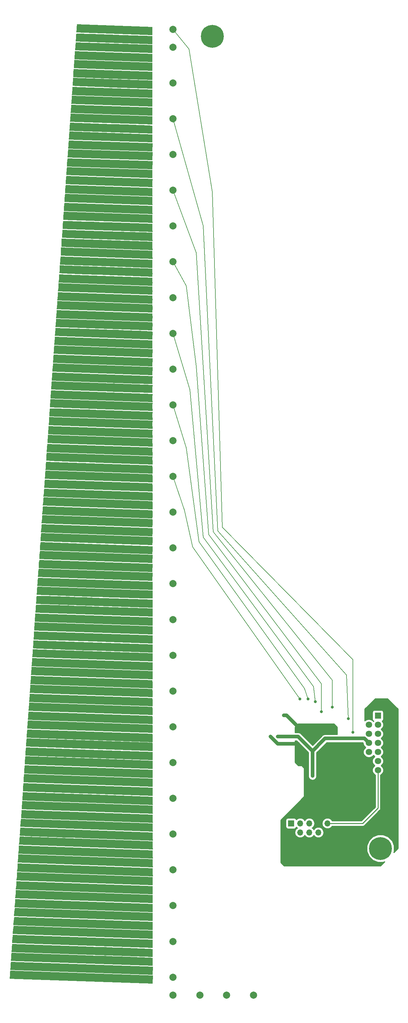
<source format=gbl>
G04 #@! TF.GenerationSoftware,KiCad,Pcbnew,(5.0.0)*
G04 #@! TF.CreationDate,2018-08-18T19:39:24+09:00*
G04 #@! TF.ProjectId,TouchSensor,546F75636853656E736F722E6B696361,rev?*
G04 #@! TF.SameCoordinates,Original*
G04 #@! TF.FileFunction,Copper,L2,Bot,Signal*
G04 #@! TF.FilePolarity,Positive*
%FSLAX46Y46*%
G04 Gerber Fmt 4.6, Leading zero omitted, Abs format (unit mm)*
G04 Created by KiCad (PCBNEW (5.0.0)) date 08/18/18 19:39:24*
%MOMM*%
%LPD*%
G01*
G04 APERTURE LIST*
G04 #@! TA.AperFunction,EtchedComponent*
%ADD10C,0.010000*%
G04 #@! TD*
G04 #@! TA.AperFunction,ComponentPad*
%ADD11C,6.400000*%
G04 #@! TD*
G04 #@! TA.AperFunction,ComponentPad*
%ADD12O,1.700000X1.700000*%
G04 #@! TD*
G04 #@! TA.AperFunction,ComponentPad*
%ADD13R,1.700000X1.700000*%
G04 #@! TD*
G04 #@! TA.AperFunction,ComponentPad*
%ADD14C,1.998980*%
G04 #@! TD*
G04 #@! TA.AperFunction,ComponentPad*
%ADD15R,1.800000X1.800000*%
G04 #@! TD*
G04 #@! TA.AperFunction,ComponentPad*
%ADD16C,1.800000*%
G04 #@! TD*
G04 #@! TA.AperFunction,ViaPad*
%ADD17C,2.000000*%
G04 #@! TD*
G04 #@! TA.AperFunction,ViaPad*
%ADD18C,0.800000*%
G04 #@! TD*
G04 #@! TA.AperFunction,Conductor*
%ADD19C,1.000000*%
G04 #@! TD*
G04 #@! TA.AperFunction,Conductor*
%ADD20C,0.200000*%
G04 #@! TD*
G04 #@! TA.AperFunction,Conductor*
%ADD21C,0.250000*%
G04 #@! TD*
G04 #@! TA.AperFunction,Conductor*
%ADD22C,0.254000*%
G04 #@! TD*
G04 APERTURE END LIST*
D10*
G04 #@! TO.C,G\002A\002A\002A*
G36*
X94139152Y-49797879D02*
X94135611Y-50119730D01*
X94141721Y-50521424D01*
X94155463Y-50899787D01*
X94187580Y-51549077D01*
X73008975Y-50809504D01*
X73038154Y-49973930D01*
X73057156Y-49582763D01*
X73083883Y-49227692D01*
X73113942Y-48961561D01*
X73129451Y-48875781D01*
X73191569Y-48613205D01*
X94154958Y-49345263D01*
X94139152Y-49797879D01*
X94139152Y-49797879D01*
G37*
X94139152Y-49797879D02*
X94135611Y-50119730D01*
X94141721Y-50521424D01*
X94155463Y-50899787D01*
X94187580Y-51549077D01*
X73008975Y-50809504D01*
X73038154Y-49973930D01*
X73057156Y-49582763D01*
X73083883Y-49227692D01*
X73113942Y-48961561D01*
X73129451Y-48875781D01*
X73191569Y-48613205D01*
X94154958Y-49345263D01*
X94139152Y-49797879D01*
G36*
X94139563Y-52212132D02*
X94137473Y-52446675D01*
X94141778Y-52788968D01*
X94151554Y-53177585D01*
X94156128Y-53314048D01*
X94184059Y-54090502D01*
X72835715Y-53345002D01*
X72869454Y-52378849D01*
X72887697Y-51980554D01*
X72911447Y-51637127D01*
X72937440Y-51388501D01*
X72959227Y-51280647D01*
X72978948Y-51261498D01*
X73026390Y-51245357D01*
X73110177Y-51232414D01*
X73238937Y-51222863D01*
X73421293Y-51216896D01*
X73665874Y-51214704D01*
X73981301Y-51216481D01*
X74376203Y-51222419D01*
X74859203Y-51232710D01*
X75438930Y-51247546D01*
X76124006Y-51267121D01*
X76923059Y-51291626D01*
X77844712Y-51321254D01*
X78897592Y-51356198D01*
X80090326Y-51396649D01*
X81431536Y-51442800D01*
X82929851Y-51494844D01*
X83583095Y-51517634D01*
X94150929Y-51886671D01*
X94139563Y-52212132D01*
X94139563Y-52212132D01*
G37*
X94139563Y-52212132D02*
X94137473Y-52446675D01*
X94141778Y-52788968D01*
X94151554Y-53177585D01*
X94156128Y-53314048D01*
X94184059Y-54090502D01*
X72835715Y-53345002D01*
X72869454Y-52378849D01*
X72887697Y-51980554D01*
X72911447Y-51637127D01*
X72937440Y-51388501D01*
X72959227Y-51280647D01*
X72978948Y-51261498D01*
X73026390Y-51245357D01*
X73110177Y-51232414D01*
X73238937Y-51222863D01*
X73421293Y-51216896D01*
X73665874Y-51214704D01*
X73981301Y-51216481D01*
X74376203Y-51222419D01*
X74859203Y-51232710D01*
X75438930Y-51247546D01*
X76124006Y-51267121D01*
X76923059Y-51291626D01*
X77844712Y-51321254D01*
X78897592Y-51356198D01*
X80090326Y-51396649D01*
X81431536Y-51442800D01*
X82929851Y-51494844D01*
X83583095Y-51517634D01*
X94150929Y-51886671D01*
X94139563Y-52212132D01*
G36*
X94140699Y-54618152D02*
X94139309Y-54823704D01*
X94143258Y-55144275D01*
X94151727Y-55525659D01*
X94157344Y-55720397D01*
X94183167Y-56547302D01*
X72660354Y-55795709D01*
X72721710Y-54717693D01*
X72783066Y-53639678D01*
X83466471Y-53991245D01*
X94149876Y-54342812D01*
X94140699Y-54618152D01*
X94140699Y-54618152D01*
G37*
X94140699Y-54618152D02*
X94139309Y-54823704D01*
X94143258Y-55144275D01*
X94151727Y-55525659D01*
X94157344Y-55720397D01*
X94183167Y-56547302D01*
X72660354Y-55795709D01*
X72721710Y-54717693D01*
X72783066Y-53639678D01*
X83466471Y-53991245D01*
X94149876Y-54342812D01*
X94140699Y-54618152D01*
G36*
X94148413Y-57660440D02*
X94159896Y-58050746D01*
X94166234Y-58416366D01*
X94166502Y-58695874D01*
X94164979Y-58762357D01*
X94153614Y-59087818D01*
X72492150Y-58331383D01*
X72568976Y-56131390D01*
X94120482Y-56883985D01*
X94148413Y-57660440D01*
X94148413Y-57660440D01*
G37*
X94148413Y-57660440D02*
X94159896Y-58050746D01*
X94166234Y-58416366D01*
X94166502Y-58695874D01*
X94164979Y-58762357D01*
X94153614Y-59087818D01*
X72492150Y-58331383D01*
X72568976Y-56131390D01*
X94120482Y-56883985D01*
X94148413Y-57660440D01*
G36*
X94149630Y-60040760D02*
X94162480Y-60432068D01*
X94168606Y-60815605D01*
X94166875Y-61115373D01*
X94166067Y-61142671D01*
X94152538Y-61544610D01*
X72321845Y-60782266D01*
X72398670Y-58582274D01*
X94119666Y-59340787D01*
X94149630Y-60040760D01*
X94149630Y-60040760D01*
G37*
X94149630Y-60040760D02*
X94162480Y-60432068D01*
X94168606Y-60815605D01*
X94166875Y-61115373D01*
X94166067Y-61142671D01*
X94152538Y-61544610D01*
X72321845Y-60782266D01*
X72398670Y-58582274D01*
X94119666Y-59340787D01*
X94149630Y-60040760D01*
G36*
X94150244Y-62455252D02*
X94166027Y-62860255D01*
X94170671Y-63296402D01*
X94166375Y-63557152D01*
X94148509Y-64086018D01*
X83127389Y-63701300D01*
X72106267Y-63316582D01*
X72170544Y-62217340D01*
X72234819Y-61118100D01*
X94116248Y-61882216D01*
X94150244Y-62455252D01*
X94150244Y-62455252D01*
G37*
X94150244Y-62455252D02*
X94166027Y-62860255D01*
X94170671Y-63296402D01*
X94166375Y-63557152D01*
X94148509Y-64086018D01*
X83127389Y-63701300D01*
X72106267Y-63316582D01*
X72170544Y-62217340D01*
X72234819Y-61118100D01*
X94116248Y-61882216D01*
X94150244Y-62455252D01*
G36*
X94151736Y-64861022D02*
X94168246Y-65242811D01*
X94172786Y-65678912D01*
X94167685Y-65962916D01*
X94147435Y-66542810D01*
X83011496Y-66153934D01*
X81405313Y-66097715D01*
X79960048Y-66046787D01*
X78667381Y-66000760D01*
X77518993Y-65959241D01*
X76506565Y-65921841D01*
X75621776Y-65888168D01*
X74856307Y-65857830D01*
X74201839Y-65830438D01*
X73650051Y-65805598D01*
X73192625Y-65782922D01*
X72821240Y-65762016D01*
X72527577Y-65742490D01*
X72303315Y-65723953D01*
X72140137Y-65706015D01*
X72029722Y-65688282D01*
X71963749Y-65670365D01*
X71933900Y-65651873D01*
X71931594Y-65633009D01*
X71956892Y-65498653D01*
X71982773Y-65234939D01*
X72005972Y-64881799D01*
X72021367Y-64534807D01*
X72055106Y-63568654D01*
X94115536Y-64339021D01*
X94151736Y-64861022D01*
X94151736Y-64861022D01*
G37*
X94151736Y-64861022D02*
X94168246Y-65242811D01*
X94172786Y-65678912D01*
X94167685Y-65962916D01*
X94147435Y-66542810D01*
X83011496Y-66153934D01*
X81405313Y-66097715D01*
X79960048Y-66046787D01*
X78667381Y-66000760D01*
X77518993Y-65959241D01*
X76506565Y-65921841D01*
X75621776Y-65888168D01*
X74856307Y-65857830D01*
X74201839Y-65830438D01*
X73650051Y-65805598D01*
X73192625Y-65782922D01*
X72821240Y-65762016D01*
X72527577Y-65742490D01*
X72303315Y-65723953D01*
X72140137Y-65706015D01*
X72029722Y-65688282D01*
X71963749Y-65670365D01*
X71933900Y-65651873D01*
X71931594Y-65633009D01*
X71956892Y-65498653D01*
X71982773Y-65234939D01*
X72005972Y-64881799D01*
X72021367Y-64534807D01*
X72055106Y-63568654D01*
X94115536Y-64339021D01*
X94151736Y-64861022D01*
G36*
X94149888Y-67326540D02*
X94165982Y-67643402D01*
X94171546Y-68042034D01*
X94165569Y-68428425D01*
X94143404Y-69084217D01*
X71699252Y-68300450D01*
X71761371Y-68037875D01*
X71791424Y-67838974D01*
X71820435Y-67523617D01*
X71844008Y-67144650D01*
X71852667Y-66939725D01*
X71881846Y-66104152D01*
X94112043Y-66880447D01*
X94149888Y-67326540D01*
X94149888Y-67326540D01*
G37*
X94149888Y-67326540D02*
X94165982Y-67643402D01*
X94171546Y-68042034D01*
X94165569Y-68428425D01*
X94143404Y-69084217D01*
X71699252Y-68300450D01*
X71761371Y-68037875D01*
X71791424Y-67838974D01*
X71820435Y-67523617D01*
X71844008Y-67144650D01*
X71852667Y-66939725D01*
X71881846Y-66104152D01*
X94112043Y-66880447D01*
X94149888Y-67326540D01*
G36*
X94151637Y-69731716D02*
X94167911Y-70010762D01*
X94173975Y-70384569D01*
X94168791Y-70778815D01*
X94167033Y-70833592D01*
X94142330Y-71541010D01*
X71527958Y-70751299D01*
X71591486Y-70435824D01*
X71623423Y-70206792D01*
X71653688Y-69868660D01*
X71677252Y-69481626D01*
X71683278Y-69337692D01*
X71711542Y-68555034D01*
X94111538Y-69337259D01*
X94151637Y-69731716D01*
X94151637Y-69731716D01*
G37*
X94151637Y-69731716D02*
X94167911Y-70010762D01*
X94173975Y-70384569D01*
X94168791Y-70778815D01*
X94167033Y-70833592D01*
X94142330Y-71541010D01*
X71527958Y-70751299D01*
X71591486Y-70435824D01*
X71623423Y-70206792D01*
X71653688Y-69868660D01*
X71677252Y-69481626D01*
X71683278Y-69337692D01*
X71711542Y-68555034D01*
X94111538Y-69337259D01*
X94151637Y-69731716D01*
G36*
X94153007Y-72145001D02*
X94169114Y-72345513D01*
X94176055Y-72662125D01*
X94173135Y-73041814D01*
X94167479Y-73246843D01*
X94138300Y-74082418D01*
X71353839Y-73286767D01*
X71421356Y-72896067D01*
X71457056Y-72618836D01*
X71489181Y-72246363D01*
X71511510Y-71852716D01*
X71513578Y-71797951D01*
X71538281Y-71090532D01*
X94109356Y-71878731D01*
X94153007Y-72145001D01*
X94153007Y-72145001D01*
G37*
X94153007Y-72145001D02*
X94169114Y-72345513D01*
X94176055Y-72662125D01*
X94173135Y-73041814D01*
X94167479Y-73246843D01*
X94138300Y-74082418D01*
X71353839Y-73286767D01*
X71421356Y-72896067D01*
X71457056Y-72618836D01*
X71489181Y-72246363D01*
X71511510Y-71852716D01*
X71513578Y-71797951D01*
X71538281Y-71090532D01*
X94109356Y-71878731D01*
X94153007Y-72145001D01*
G36*
X94151933Y-74601793D02*
X94168039Y-74802306D01*
X94174980Y-75118919D01*
X94172061Y-75498607D01*
X94166404Y-75703636D01*
X94137225Y-76539210D01*
X71182964Y-75737630D01*
X71251835Y-75295264D01*
X71289992Y-74980296D01*
X71323350Y-74583023D01*
X71344341Y-74197156D01*
X71367976Y-73541416D01*
X94108282Y-74335525D01*
X94151933Y-74601793D01*
X94151933Y-74601793D01*
G37*
X94151933Y-74601793D02*
X94168039Y-74802306D01*
X94174980Y-75118919D01*
X94172061Y-75498607D01*
X94166404Y-75703636D01*
X94137225Y-76539210D01*
X71182964Y-75737630D01*
X71251835Y-75295264D01*
X71289992Y-74980296D01*
X71323350Y-74583023D01*
X71344341Y-74197156D01*
X71367976Y-73541416D01*
X94108282Y-74335525D01*
X94151933Y-74601793D01*
G36*
X84283002Y-76534099D02*
X85754035Y-76585928D01*
X87072381Y-76632852D01*
X88246317Y-76675253D01*
X89284118Y-76713519D01*
X90194061Y-76748034D01*
X90984421Y-76779183D01*
X91663476Y-76807353D01*
X92239499Y-76832928D01*
X92720768Y-76856294D01*
X93115559Y-76877837D01*
X93432146Y-76897941D01*
X93678806Y-76916992D01*
X93863816Y-76935376D01*
X93995451Y-76953478D01*
X94081986Y-76971683D01*
X94131699Y-76990377D01*
X94152865Y-77009946D01*
X94153987Y-77012674D01*
X94169851Y-77148469D01*
X94177273Y-77413346D01*
X94175782Y-77767243D01*
X94166934Y-78114465D01*
X94133196Y-79080618D01*
X71008804Y-78273096D01*
X71082691Y-77703828D01*
X71126688Y-77300911D01*
X71161744Y-76866151D01*
X71175648Y-76605736D01*
X71194717Y-76076913D01*
X82651008Y-76476976D01*
X84283002Y-76534099D01*
X84283002Y-76534099D01*
G37*
X84283002Y-76534099D02*
X85754035Y-76585928D01*
X87072381Y-76632852D01*
X88246317Y-76675253D01*
X89284118Y-76713519D01*
X90194061Y-76748034D01*
X90984421Y-76779183D01*
X91663476Y-76807353D01*
X92239499Y-76832928D01*
X92720768Y-76856294D01*
X93115559Y-76877837D01*
X93432146Y-76897941D01*
X93678806Y-76916992D01*
X93863816Y-76935376D01*
X93995451Y-76953478D01*
X94081986Y-76971683D01*
X94131699Y-76990377D01*
X94152865Y-77009946D01*
X94153987Y-77012674D01*
X94169851Y-77148469D01*
X94177273Y-77413346D01*
X94175782Y-77767243D01*
X94166934Y-78114465D01*
X94133196Y-79080618D01*
X71008804Y-78273096D01*
X71082691Y-77703828D01*
X71126688Y-77300911D01*
X71161744Y-76866151D01*
X71175648Y-76605736D01*
X71194717Y-76076913D01*
X82651008Y-76476976D01*
X84283002Y-76534099D01*
G36*
X82594797Y-78952720D02*
X94165161Y-79378248D01*
X94151169Y-80457917D01*
X94137177Y-81537586D01*
X70838139Y-80723966D01*
X70915470Y-80078498D01*
X70957097Y-79685944D01*
X70990767Y-79286940D01*
X71008616Y-78980111D01*
X71024433Y-78527193D01*
X82594797Y-78952720D01*
X82594797Y-78952720D01*
G37*
X82594797Y-78952720D02*
X94165161Y-79378248D01*
X94151169Y-80457917D01*
X94137177Y-81537586D01*
X70838139Y-80723966D01*
X70915470Y-80078498D01*
X70957097Y-79685944D01*
X70990767Y-79286940D01*
X71008616Y-78980111D01*
X71024433Y-78527193D01*
X82594797Y-78952720D01*
G36*
X94128091Y-84078817D02*
X70664370Y-83259446D01*
X70746396Y-82486831D01*
X70785077Y-82098277D01*
X70816903Y-81733991D01*
X70836668Y-81455181D01*
X70839786Y-81388755D01*
X70851151Y-81063294D01*
X94204916Y-81878825D01*
X94128091Y-84078817D01*
X94128091Y-84078817D01*
G37*
X94128091Y-84078817D02*
X70664370Y-83259446D01*
X70746396Y-82486831D01*
X70785077Y-82098277D01*
X70816903Y-81733991D01*
X70836668Y-81455181D01*
X70839786Y-81388755D01*
X70851151Y-81063294D01*
X94204916Y-81878825D01*
X94128091Y-84078817D01*
G36*
X94127016Y-86535610D02*
X70494065Y-85710329D01*
X70576091Y-84937715D01*
X70614771Y-84549161D01*
X70646598Y-84184874D01*
X70666364Y-83906065D01*
X70669482Y-83839638D01*
X70680847Y-83514176D01*
X94203842Y-84335617D01*
X94127016Y-86535610D01*
X94127016Y-86535610D01*
G37*
X94127016Y-86535610D02*
X70494065Y-85710329D01*
X70576091Y-84937715D01*
X70614771Y-84549161D01*
X70646598Y-84184874D01*
X70666364Y-83906065D01*
X70669482Y-83839638D01*
X70680847Y-83514176D01*
X94203842Y-84335617D01*
X94127016Y-86535610D01*
G36*
X94122987Y-89077018D02*
X70346146Y-88246712D01*
X70357512Y-87921251D01*
X70371789Y-87687133D01*
X70399960Y-87345975D01*
X70436820Y-86958985D01*
X70450903Y-86823174D01*
X70532928Y-86050559D01*
X94199813Y-86877025D01*
X94122987Y-89077018D01*
X94122987Y-89077018D01*
G37*
X94122987Y-89077018D02*
X70346146Y-88246712D01*
X70357512Y-87921251D01*
X70371789Y-87687133D01*
X70399960Y-87345975D01*
X70436820Y-86958985D01*
X70450903Y-86823174D01*
X70532928Y-86050559D01*
X94199813Y-86877025D01*
X94122987Y-89077018D01*
G36*
X94176769Y-90434536D02*
X94164210Y-91535583D01*
X70175842Y-90697595D01*
X70190384Y-90295690D01*
X70207448Y-90011929D01*
X70238980Y-89635862D01*
X70278552Y-89243220D01*
X70283645Y-89197610D01*
X70362364Y-88501433D01*
X94189329Y-89333489D01*
X94176769Y-90434536D01*
X94176769Y-90434536D01*
G37*
X94176769Y-90434536D02*
X94164210Y-91535583D01*
X70175842Y-90697595D01*
X70190384Y-90295690D01*
X70207448Y-90011929D01*
X70238980Y-89635862D01*
X70278552Y-89243220D01*
X70283645Y-89197610D01*
X70362364Y-88501433D01*
X94189329Y-89333489D01*
X94176769Y-90434536D01*
G36*
X94164099Y-92784877D02*
X94155421Y-93179887D01*
X94156166Y-93528003D01*
X94165773Y-93784278D01*
X94177862Y-93886696D01*
X94222235Y-94078862D01*
X70002582Y-93233093D01*
X70021651Y-92704269D01*
X70044553Y-92316915D01*
X70083337Y-91879405D01*
X70114606Y-91606178D01*
X70188494Y-91036910D01*
X94194708Y-91875225D01*
X94164099Y-92784877D01*
X94164099Y-92784877D01*
G37*
X94164099Y-92784877D02*
X94155421Y-93179887D01*
X94156166Y-93528003D01*
X94165773Y-93784278D01*
X94177862Y-93886696D01*
X94222235Y-94078862D01*
X70002582Y-93233093D01*
X70021651Y-92704269D01*
X70044553Y-92316915D01*
X70083337Y-91879405D01*
X70114606Y-91606178D01*
X70188494Y-91036910D01*
X94194708Y-91875225D01*
X94164099Y-92784877D01*
G36*
X94164277Y-95199354D02*
X94156829Y-95589652D01*
X94159784Y-95954046D01*
X94172320Y-96232132D01*
X94179244Y-96301215D01*
X94220610Y-96620353D01*
X69829322Y-95768591D01*
X69852957Y-95112849D01*
X69874477Y-94719402D01*
X69907991Y-94322862D01*
X69945464Y-94014742D01*
X70014334Y-93572376D01*
X94190678Y-94416633D01*
X94164277Y-95199354D01*
X94164277Y-95199354D01*
G37*
X94164277Y-95199354D02*
X94156829Y-95589652D01*
X94159784Y-95954046D01*
X94172320Y-96232132D01*
X94179244Y-96301215D01*
X94220610Y-96620353D01*
X69829322Y-95768591D01*
X69852957Y-95112849D01*
X69874477Y-94719402D01*
X69907991Y-94322862D01*
X69945464Y-94014742D01*
X70014334Y-93572376D01*
X94190678Y-94416633D01*
X94164277Y-95199354D01*
G36*
X94163202Y-97656148D02*
X94155755Y-98046445D01*
X94158709Y-98410838D01*
X94171245Y-98688924D01*
X94178168Y-98758007D01*
X94219536Y-99077145D01*
X69659017Y-98219473D01*
X69682652Y-97563732D01*
X69704172Y-97170286D01*
X69737686Y-96773746D01*
X69775158Y-96465625D01*
X69844030Y-96023259D01*
X94189603Y-96873425D01*
X94163202Y-97656148D01*
X94163202Y-97656148D01*
G37*
X94163202Y-97656148D02*
X94155755Y-98046445D01*
X94158709Y-98410838D01*
X94171245Y-98688924D01*
X94178168Y-98758007D01*
X94219536Y-99077145D01*
X69659017Y-98219473D01*
X69682652Y-97563732D01*
X69704172Y-97170286D01*
X69737686Y-96773746D01*
X69775158Y-96465625D01*
X69844030Y-96023259D01*
X94189603Y-96873425D01*
X94163202Y-97656148D01*
G36*
X94163409Y-100070626D02*
X94157432Y-100464614D01*
X94163202Y-100862526D01*
X94179090Y-101172510D01*
X94216935Y-101618603D01*
X69485757Y-100754971D01*
X69514021Y-99972314D01*
X69533817Y-99582447D01*
X69562182Y-99219147D01*
X69594086Y-98942613D01*
X69605812Y-98874182D01*
X69669339Y-98558707D01*
X94185574Y-99414833D01*
X94163409Y-100070626D01*
X94163409Y-100070626D01*
G37*
X94163409Y-100070626D02*
X94157432Y-100464614D01*
X94163202Y-100862526D01*
X94179090Y-101172510D01*
X94216935Y-101618603D01*
X69485757Y-100754971D01*
X69514021Y-99972314D01*
X69533817Y-99582447D01*
X69562182Y-99219147D01*
X69594086Y-98942613D01*
X69605812Y-98874182D01*
X69669339Y-98558707D01*
X94185574Y-99414833D01*
X94163409Y-100070626D01*
G36*
X94164249Y-102451518D02*
X94159112Y-102855507D01*
X94167144Y-103288027D01*
X94180197Y-103553413D01*
X94216397Y-104075414D01*
X69315452Y-103205854D01*
X69344631Y-102370280D01*
X69363633Y-101979112D01*
X69390360Y-101624041D01*
X69420419Y-101357910D01*
X69435928Y-101272131D01*
X69498047Y-101009555D01*
X94184499Y-101871625D01*
X94164249Y-102451518D01*
X94164249Y-102451518D01*
G37*
X94164249Y-102451518D02*
X94159112Y-102855507D01*
X94167144Y-103288027D01*
X94180197Y-103553413D01*
X94216397Y-104075414D01*
X69315452Y-103205854D01*
X69344631Y-102370280D01*
X69363633Y-101979112D01*
X69390360Y-101624041D01*
X69420419Y-101357910D01*
X69435928Y-101272131D01*
X69498047Y-101009555D01*
X94184499Y-101871625D01*
X94164249Y-102451518D01*
G36*
X94162603Y-104941898D02*
X94158429Y-105329906D01*
X94166599Y-105769055D01*
X94178734Y-106043799D01*
X94212730Y-106616835D01*
X69142193Y-105741352D01*
X69175931Y-104775199D01*
X69194175Y-104376904D01*
X69217925Y-104033477D01*
X69243917Y-103784851D01*
X69265704Y-103676996D01*
X69284554Y-103659292D01*
X69330296Y-103644268D01*
X69410883Y-103632115D01*
X69534262Y-103623026D01*
X69708385Y-103617193D01*
X69941202Y-103614809D01*
X70240664Y-103616065D01*
X70614720Y-103621154D01*
X71071323Y-103630269D01*
X71618421Y-103643600D01*
X72263964Y-103661343D01*
X73015904Y-103683687D01*
X73882190Y-103710826D01*
X74870775Y-103742951D01*
X75989606Y-103780256D01*
X77246635Y-103822932D01*
X78649812Y-103871172D01*
X80207088Y-103925168D01*
X81751104Y-103978989D01*
X94180469Y-104413032D01*
X94162603Y-104941898D01*
X94162603Y-104941898D01*
G37*
X94162603Y-104941898D02*
X94158429Y-105329906D01*
X94166599Y-105769055D01*
X94178734Y-106043799D01*
X94212730Y-106616835D01*
X69142193Y-105741352D01*
X69175931Y-104775199D01*
X69194175Y-104376904D01*
X69217925Y-104033477D01*
X69243917Y-103784851D01*
X69265704Y-103676996D01*
X69284554Y-103659292D01*
X69330296Y-103644268D01*
X69410883Y-103632115D01*
X69534262Y-103623026D01*
X69708385Y-103617193D01*
X69941202Y-103614809D01*
X70240664Y-103616065D01*
X70614720Y-103621154D01*
X71071323Y-103630269D01*
X71618421Y-103643600D01*
X72263964Y-103661343D01*
X73015904Y-103683687D01*
X73882190Y-103710826D01*
X74870775Y-103742951D01*
X75989606Y-103780256D01*
X77246635Y-103822932D01*
X78649812Y-103871172D01*
X80207088Y-103925168D01*
X81751104Y-103978989D01*
X94180469Y-104413032D01*
X94162603Y-104941898D01*
G36*
X94163599Y-107322163D02*
X94160052Y-107644177D01*
X94166161Y-108045995D01*
X94179900Y-108424349D01*
X94212016Y-109073639D01*
X68966831Y-108192058D01*
X69089543Y-106036027D01*
X81634479Y-106452648D01*
X94179414Y-106869269D01*
X94163599Y-107322163D01*
X94163599Y-107322163D01*
G37*
X94163599Y-107322163D02*
X94160052Y-107644177D01*
X94166161Y-108045995D01*
X94179900Y-108424349D01*
X94212016Y-109073639D01*
X68966831Y-108192058D01*
X69089543Y-106036027D01*
X81634479Y-106452648D01*
X94179414Y-106869269D01*
X94163599Y-107322163D01*
G36*
X94164000Y-109736694D02*
X94161910Y-109971236D01*
X94166215Y-110313529D01*
X94175990Y-110702147D01*
X94180565Y-110838610D01*
X94208496Y-111615065D01*
X68798627Y-110727733D01*
X68875453Y-108527740D01*
X94175365Y-109411233D01*
X94164000Y-109736694D01*
X94164000Y-109736694D01*
G37*
X94164000Y-109736694D02*
X94161910Y-109971236D01*
X94166215Y-110313529D01*
X94175990Y-110702147D01*
X94180565Y-110838610D01*
X94208496Y-111615065D01*
X68798627Y-110727733D01*
X68875453Y-108527740D01*
X94175365Y-109411233D01*
X94164000Y-109736694D01*
G36*
X94162924Y-112193487D02*
X94160836Y-112428030D01*
X94165140Y-112770322D01*
X94174916Y-113158939D01*
X94179490Y-113295402D01*
X94207420Y-114071857D01*
X68628323Y-113178615D01*
X68705148Y-110978623D01*
X94174290Y-111868025D01*
X94162924Y-112193487D01*
X94162924Y-112193487D01*
G37*
X94162924Y-112193487D02*
X94160836Y-112428030D01*
X94165140Y-112770322D01*
X94174916Y-113158939D01*
X94179490Y-113295402D01*
X94207420Y-114071857D01*
X68628323Y-113178615D01*
X68705148Y-110978623D01*
X94174290Y-111868025D01*
X94162924Y-112193487D01*
G36*
X94172850Y-115185002D02*
X94184333Y-115575308D01*
X94190670Y-115940927D01*
X94190939Y-116220436D01*
X94189416Y-116286918D01*
X94178050Y-116612379D01*
X81295398Y-116162655D01*
X68412745Y-115712932D01*
X68477020Y-114613691D01*
X68541296Y-113514449D01*
X94144919Y-114408548D01*
X94172850Y-115185002D01*
X94172850Y-115185002D01*
G37*
X94172850Y-115185002D02*
X94184333Y-115575308D01*
X94190670Y-115940927D01*
X94190939Y-116220436D01*
X94189416Y-116286918D01*
X94178050Y-116612379D01*
X81295398Y-116162655D01*
X68412745Y-115712932D01*
X68477020Y-114613691D01*
X68541296Y-113514449D01*
X94144919Y-114408548D01*
X94172850Y-115185002D01*
G36*
X94174067Y-117565321D02*
X94186916Y-117956631D01*
X94193043Y-118340167D01*
X94191312Y-118639934D01*
X94190504Y-118667233D01*
X94176975Y-119069172D01*
X81179505Y-118615291D01*
X79437702Y-118554356D01*
X77857427Y-118498787D01*
X76430970Y-118448238D01*
X75150623Y-118402357D01*
X74008678Y-118360798D01*
X72997425Y-118323208D01*
X72109156Y-118289243D01*
X71336160Y-118258549D01*
X70670731Y-118230780D01*
X70105158Y-118205586D01*
X69631733Y-118182618D01*
X69242747Y-118161528D01*
X68930491Y-118141965D01*
X68687256Y-118123581D01*
X68505333Y-118106027D01*
X68377013Y-118088955D01*
X68294588Y-118072014D01*
X68250348Y-118054856D01*
X68236585Y-118037132D01*
X68238071Y-118029359D01*
X68263370Y-117895002D01*
X68289250Y-117631288D01*
X68312450Y-117278149D01*
X68327844Y-116931156D01*
X68361583Y-115965003D01*
X94144102Y-116865349D01*
X94174067Y-117565321D01*
X94174067Y-117565321D01*
G37*
X94174067Y-117565321D02*
X94186916Y-117956631D01*
X94193043Y-118340167D01*
X94191312Y-118639934D01*
X94190504Y-118667233D01*
X94176975Y-119069172D01*
X81179505Y-118615291D01*
X79437702Y-118554356D01*
X77857427Y-118498787D01*
X76430970Y-118448238D01*
X75150623Y-118402357D01*
X74008678Y-118360798D01*
X72997425Y-118323208D01*
X72109156Y-118289243D01*
X71336160Y-118258549D01*
X70670731Y-118230780D01*
X70105158Y-118205586D01*
X69631733Y-118182618D01*
X69242747Y-118161528D01*
X68930491Y-118141965D01*
X68687256Y-118123581D01*
X68505333Y-118106027D01*
X68377013Y-118088955D01*
X68294588Y-118072014D01*
X68250348Y-118054856D01*
X68236585Y-118037132D01*
X68238071Y-118029359D01*
X68263370Y-117895002D01*
X68289250Y-117631288D01*
X68312450Y-117278149D01*
X68327844Y-116931156D01*
X68361583Y-115965003D01*
X94144102Y-116865349D01*
X94174067Y-117565321D01*
G36*
X94172440Y-120056055D02*
X94186585Y-120450489D01*
X94192344Y-120850739D01*
X94188751Y-121157963D01*
X94172946Y-121610580D01*
X68005729Y-120696801D01*
X68067847Y-120434225D01*
X68097902Y-120235323D01*
X68126912Y-119919967D01*
X68150485Y-119540999D01*
X68159145Y-119336076D01*
X68188324Y-118500501D01*
X94140324Y-119406765D01*
X94172440Y-120056055D01*
X94172440Y-120056055D01*
G37*
X94172440Y-120056055D02*
X94186585Y-120450489D01*
X94192344Y-120850739D01*
X94188751Y-121157963D01*
X94172946Y-121610580D01*
X68005729Y-120696801D01*
X68067847Y-120434225D01*
X68097902Y-120235323D01*
X68126912Y-119919967D01*
X68150485Y-119540999D01*
X68159145Y-119336076D01*
X68188324Y-118500501D01*
X94140324Y-119406765D01*
X94172440Y-120056055D01*
G36*
X94173606Y-122436606D02*
X94189389Y-122841610D01*
X94194033Y-123277757D01*
X94189737Y-123538506D01*
X94171871Y-124067372D01*
X67835424Y-123147683D01*
X67897542Y-122885108D01*
X67927597Y-122686207D01*
X67956607Y-122370850D01*
X67980179Y-121991883D01*
X67988839Y-121786958D01*
X68018018Y-120951385D01*
X94139609Y-121863571D01*
X94173606Y-122436606D01*
X94173606Y-122436606D01*
G37*
X94173606Y-122436606D02*
X94189389Y-122841610D01*
X94194033Y-123277757D01*
X94189737Y-123538506D01*
X94171871Y-124067372D01*
X67835424Y-123147683D01*
X67897542Y-122885108D01*
X67927597Y-122686207D01*
X67956607Y-122370850D01*
X67980179Y-121991883D01*
X67988839Y-121786958D01*
X68018018Y-120951385D01*
X94139609Y-121863571D01*
X94173606Y-122436606D01*
G36*
X94174325Y-124851102D02*
X94190418Y-125167964D01*
X94195983Y-125566596D01*
X94190005Y-125952987D01*
X94167841Y-126608780D01*
X67660315Y-125683116D01*
X67727834Y-125292418D01*
X67763533Y-125015187D01*
X67795657Y-124642713D01*
X67817988Y-124249067D01*
X67820055Y-124194300D01*
X67844758Y-123486882D01*
X94136479Y-124405010D01*
X94174325Y-124851102D01*
X94174325Y-124851102D01*
G37*
X94174325Y-124851102D02*
X94190418Y-125167964D01*
X94195983Y-125566596D01*
X94190005Y-125952987D01*
X94167841Y-126608780D01*
X67660315Y-125683116D01*
X67727834Y-125292418D01*
X67763533Y-125015187D01*
X67795657Y-124642713D01*
X67817988Y-124249067D01*
X67820055Y-124194300D01*
X67844758Y-123486882D01*
X94136479Y-124405010D01*
X94174325Y-124851102D01*
G36*
X94176073Y-127256278D02*
X94192348Y-127535324D01*
X94198412Y-127909132D01*
X94193228Y-128303377D01*
X94191470Y-128358154D01*
X94166766Y-129065572D01*
X67489440Y-128133979D01*
X67558312Y-127691613D01*
X67596469Y-127376646D01*
X67629828Y-126979373D01*
X67650818Y-126593507D01*
X67674454Y-125937765D01*
X94135974Y-126861822D01*
X94176073Y-127256278D01*
X94176073Y-127256278D01*
G37*
X94176073Y-127256278D02*
X94192348Y-127535324D01*
X94198412Y-127909132D01*
X94193228Y-128303377D01*
X94191470Y-128358154D01*
X94166766Y-129065572D01*
X67489440Y-128133979D01*
X67558312Y-127691613D01*
X67596469Y-127376646D01*
X67629828Y-126979373D01*
X67650818Y-126593507D01*
X67674454Y-125937765D01*
X94135974Y-126861822D01*
X94176073Y-127256278D01*
G36*
X94174171Y-129722397D02*
X94190054Y-129953098D01*
X94196659Y-130292517D01*
X94193167Y-130680253D01*
X94189138Y-130824258D01*
X94162737Y-131606979D01*
X67315282Y-130669445D01*
X67389168Y-130100177D01*
X67433164Y-129697261D01*
X67468221Y-129262500D01*
X67482124Y-129002086D01*
X67501194Y-128473263D01*
X94132805Y-129403259D01*
X94174171Y-129722397D01*
X94174171Y-129722397D01*
G37*
X94174171Y-129722397D02*
X94190054Y-129953098D01*
X94196659Y-130292517D01*
X94193167Y-130680253D01*
X94189138Y-130824258D01*
X94162737Y-131606979D01*
X67315282Y-130669445D01*
X67389168Y-130100177D01*
X67433164Y-129697261D01*
X67468221Y-129262500D01*
X67482124Y-129002086D01*
X67501194Y-128473263D01*
X94132805Y-129403259D01*
X94174171Y-129722397D01*
G36*
X94176369Y-132126355D02*
X94192475Y-132326868D01*
X94199417Y-132643480D01*
X94196497Y-133023168D01*
X94190841Y-133228198D01*
X94161662Y-134063772D01*
X67144616Y-133120316D01*
X67221946Y-132474847D01*
X67263570Y-132082361D01*
X67297236Y-131683488D01*
X67315083Y-131376762D01*
X67330888Y-130924145D01*
X94132719Y-131860086D01*
X94176369Y-132126355D01*
X94176369Y-132126355D01*
G37*
X94176369Y-132126355D02*
X94192475Y-132326868D01*
X94199417Y-132643480D01*
X94196497Y-133023168D01*
X94190841Y-133228198D01*
X94161662Y-134063772D01*
X67144616Y-133120316D01*
X67221946Y-132474847D01*
X67263570Y-132082361D01*
X67297236Y-131683488D01*
X67315083Y-131376762D01*
X67330888Y-130924145D01*
X94132719Y-131860086D01*
X94176369Y-132126355D01*
G36*
X82422069Y-133992799D02*
X84037844Y-134049604D01*
X85499634Y-134101376D01*
X86815064Y-134148457D01*
X87991759Y-134191191D01*
X89037346Y-134229919D01*
X89959450Y-134264983D01*
X90765697Y-134296724D01*
X91463712Y-134325483D01*
X92061121Y-134351603D01*
X92565550Y-134375427D01*
X92984624Y-134397293D01*
X93325970Y-134417548D01*
X93597212Y-134436529D01*
X93805977Y-134454581D01*
X93959889Y-134472044D01*
X94066575Y-134489261D01*
X94133661Y-134506573D01*
X94168771Y-134524322D01*
X94178423Y-134537237D01*
X94194288Y-134673031D01*
X94201710Y-134937908D01*
X94200218Y-135291805D01*
X94191371Y-135639027D01*
X94157632Y-136605180D01*
X66971106Y-135655805D01*
X67049825Y-134959629D01*
X67089939Y-134570168D01*
X67122804Y-134187993D01*
X67141988Y-133888835D01*
X67143086Y-133861547D01*
X67157629Y-133459643D01*
X80644682Y-133930621D01*
X82422069Y-133992799D01*
X82422069Y-133992799D01*
G37*
X82422069Y-133992799D02*
X84037844Y-134049604D01*
X85499634Y-134101376D01*
X86815064Y-134148457D01*
X87991759Y-134191191D01*
X89037346Y-134229919D01*
X89959450Y-134264983D01*
X90765697Y-134296724D01*
X91463712Y-134325483D01*
X92061121Y-134351603D01*
X92565550Y-134375427D01*
X92984624Y-134397293D01*
X93325970Y-134417548D01*
X93597212Y-134436529D01*
X93805977Y-134454581D01*
X93959889Y-134472044D01*
X94066575Y-134489261D01*
X94133661Y-134506573D01*
X94168771Y-134524322D01*
X94178423Y-134537237D01*
X94194288Y-134673031D01*
X94201710Y-134937908D01*
X94200218Y-135291805D01*
X94191371Y-135639027D01*
X94157632Y-136605180D01*
X66971106Y-135655805D01*
X67049825Y-134959629D01*
X67089939Y-134570168D01*
X67122804Y-134187993D01*
X67141988Y-133888835D01*
X67143086Y-133861547D01*
X67157629Y-133459643D01*
X80644682Y-133930621D01*
X82422069Y-133992799D01*
G36*
X80585515Y-136491026D02*
X94186643Y-136987425D01*
X94172650Y-138067095D01*
X94158659Y-139146764D01*
X66797405Y-138191288D01*
X66880846Y-137368199D01*
X66918530Y-136978455D01*
X66949740Y-136622318D01*
X66969878Y-136353796D01*
X66974337Y-136269868D01*
X66984387Y-135994627D01*
X80585515Y-136491026D01*
X80585515Y-136491026D01*
G37*
X80585515Y-136491026D02*
X94186643Y-136987425D01*
X94172650Y-138067095D01*
X94158659Y-139146764D01*
X66797405Y-138191288D01*
X66880846Y-137368199D01*
X66918530Y-136978455D01*
X66949740Y-136622318D01*
X66969878Y-136353796D01*
X66974337Y-136269868D01*
X66984387Y-135994627D01*
X80585515Y-136491026D01*
G36*
X94152528Y-141603379D02*
X66652624Y-140643062D01*
X66663989Y-140317600D01*
X66678266Y-140083483D01*
X66706437Y-139742324D01*
X66743297Y-139355336D01*
X66757380Y-139219523D01*
X66839405Y-138446909D01*
X94229353Y-139403387D01*
X94152528Y-141603379D01*
X94152528Y-141603379D01*
G37*
X94152528Y-141603379D02*
X66652624Y-140643062D01*
X66663989Y-140317600D01*
X66678266Y-140083483D01*
X66706437Y-139742324D01*
X66743297Y-139355336D01*
X66757380Y-139219523D01*
X66839405Y-138446909D01*
X94229353Y-139403387D01*
X94152528Y-141603379D01*
G36*
X94148498Y-144144787D02*
X66479364Y-143178560D01*
X66495170Y-142725942D01*
X66514088Y-142404629D01*
X66548204Y-142004341D01*
X66588306Y-141627858D01*
X66665637Y-140982390D01*
X94225324Y-141944795D01*
X94148498Y-144144787D01*
X94148498Y-144144787D01*
G37*
X94148498Y-144144787D02*
X66479364Y-143178560D01*
X66495170Y-142725942D01*
X66514088Y-142404629D01*
X66548204Y-142004341D01*
X66588306Y-141627858D01*
X66665637Y-140982390D01*
X94225324Y-141944795D01*
X94148498Y-144144787D01*
G36*
X94147424Y-146601579D02*
X66309059Y-145629442D01*
X66328128Y-145100619D01*
X66351030Y-144713265D01*
X66389814Y-144275755D01*
X66421084Y-144002528D01*
X66494970Y-143433259D01*
X94224249Y-144401587D01*
X94147424Y-146601579D01*
X94147424Y-146601579D01*
G37*
X94147424Y-146601579D02*
X66309059Y-145629442D01*
X66328128Y-145100619D01*
X66351030Y-144713265D01*
X66389814Y-144275755D01*
X66421084Y-144002528D01*
X66494970Y-143433259D01*
X94224249Y-144401587D01*
X94147424Y-146601579D01*
G36*
X94186480Y-147909148D02*
X94176895Y-148307745D01*
X94176631Y-148651992D01*
X94185217Y-148901825D01*
X94199428Y-149010937D01*
X94194855Y-149028079D01*
X94163580Y-149042745D01*
X94098180Y-149054750D01*
X93991237Y-149063903D01*
X93835324Y-149070019D01*
X93623024Y-149072906D01*
X93346914Y-149072379D01*
X92999572Y-149068248D01*
X92573576Y-149060326D01*
X92061505Y-149048425D01*
X91455938Y-149032355D01*
X90749452Y-149011930D01*
X89934627Y-148986960D01*
X89004040Y-148957258D01*
X87950269Y-148922634D01*
X86765895Y-148882903D01*
X85443494Y-148837875D01*
X83975645Y-148787362D01*
X82354926Y-148731174D01*
X80573917Y-148669126D01*
X80190957Y-148655757D01*
X66135799Y-148164940D01*
X66156050Y-147585046D01*
X66179106Y-147181684D01*
X66217290Y-146750777D01*
X66248823Y-146486949D01*
X66321347Y-145968745D01*
X94220219Y-146942995D01*
X94186480Y-147909148D01*
X94186480Y-147909148D01*
G37*
X94186480Y-147909148D02*
X94176895Y-148307745D01*
X94176631Y-148651992D01*
X94185217Y-148901825D01*
X94199428Y-149010937D01*
X94194855Y-149028079D01*
X94163580Y-149042745D01*
X94098180Y-149054750D01*
X93991237Y-149063903D01*
X93835324Y-149070019D01*
X93623024Y-149072906D01*
X93346914Y-149072379D01*
X92999572Y-149068248D01*
X92573576Y-149060326D01*
X92061505Y-149048425D01*
X91455938Y-149032355D01*
X90749452Y-149011930D01*
X89934627Y-148986960D01*
X89004040Y-148957258D01*
X87950269Y-148922634D01*
X86765895Y-148882903D01*
X85443494Y-148837875D01*
X83975645Y-148787362D01*
X82354926Y-148731174D01*
X80573917Y-148669126D01*
X80190957Y-148655757D01*
X66135799Y-148164940D01*
X66156050Y-147585046D01*
X66179106Y-147181684D01*
X66217290Y-146750777D01*
X66248823Y-146486949D01*
X66321347Y-145968745D01*
X94220219Y-146942995D01*
X94186480Y-147909148D01*
G36*
X94185406Y-150365940D02*
X94175821Y-150764537D01*
X94175557Y-151108784D01*
X94184143Y-151358617D01*
X94198354Y-151467730D01*
X94193768Y-151484821D01*
X94162511Y-151499448D01*
X94097180Y-151511423D01*
X93990377Y-151520557D01*
X93834702Y-151526663D01*
X93622755Y-151529552D01*
X93347138Y-151529037D01*
X93000450Y-151524929D01*
X92575292Y-151517042D01*
X92064263Y-151505185D01*
X91459965Y-151489172D01*
X90754998Y-151468814D01*
X89941963Y-151443923D01*
X89013458Y-151414312D01*
X87962088Y-151379792D01*
X86780448Y-151340175D01*
X85461142Y-151295273D01*
X83996770Y-151244898D01*
X82379930Y-151188862D01*
X80603226Y-151126977D01*
X80105267Y-151109595D01*
X65965494Y-150615823D01*
X65989129Y-149960082D01*
X66010650Y-149566635D01*
X66044163Y-149170095D01*
X66081635Y-148861974D01*
X66150507Y-148419608D01*
X94219144Y-149399787D01*
X94185406Y-150365940D01*
X94185406Y-150365940D01*
G37*
X94185406Y-150365940D02*
X94175821Y-150764537D01*
X94175557Y-151108784D01*
X94184143Y-151358617D01*
X94198354Y-151467730D01*
X94193768Y-151484821D01*
X94162511Y-151499448D01*
X94097180Y-151511423D01*
X93990377Y-151520557D01*
X93834702Y-151526663D01*
X93622755Y-151529552D01*
X93347138Y-151529037D01*
X93000450Y-151524929D01*
X92575292Y-151517042D01*
X92064263Y-151505185D01*
X91459965Y-151489172D01*
X90754998Y-151468814D01*
X89941963Y-151443923D01*
X89013458Y-151414312D01*
X87962088Y-151379792D01*
X86780448Y-151340175D01*
X85461142Y-151295273D01*
X83996770Y-151244898D01*
X82379930Y-151188862D01*
X80603226Y-151126977D01*
X80105267Y-151109595D01*
X65965494Y-150615823D01*
X65989129Y-149960082D01*
X66010650Y-149566635D01*
X66044163Y-149170095D01*
X66081635Y-148861974D01*
X66150507Y-148419608D01*
X94219144Y-149399787D01*
X94185406Y-150365940D01*
G36*
X94185936Y-152776769D02*
X94177605Y-153168308D01*
X94179499Y-153524379D01*
X94190921Y-153791959D01*
X94200407Y-153878611D01*
X94244058Y-154144881D01*
X65792234Y-153151321D01*
X65820497Y-152368664D01*
X65840294Y-151978797D01*
X65868660Y-151615497D01*
X65900563Y-151338963D01*
X65912289Y-151270531D01*
X65975817Y-150955056D01*
X94215115Y-151941194D01*
X94185936Y-152776769D01*
X94185936Y-152776769D01*
G37*
X94185936Y-152776769D02*
X94177605Y-153168308D01*
X94179499Y-153524379D01*
X94190921Y-153791959D01*
X94200407Y-153878611D01*
X94244058Y-154144881D01*
X65792234Y-153151321D01*
X65820497Y-152368664D01*
X65840294Y-151978797D01*
X65868660Y-151615497D01*
X65900563Y-151338963D01*
X65912289Y-151270531D01*
X65975817Y-150955056D01*
X94215115Y-151941194D01*
X94185936Y-152776769D01*
G36*
X94187639Y-155180709D02*
X94180191Y-155571007D01*
X94183146Y-155935401D01*
X94195681Y-156213487D01*
X94202605Y-156282569D01*
X94243972Y-156601707D01*
X65621930Y-155602204D01*
X65651108Y-154766630D01*
X65670110Y-154375463D01*
X65696838Y-154020391D01*
X65726897Y-153754259D01*
X65742405Y-153668480D01*
X65804524Y-153405905D01*
X94214040Y-154397987D01*
X94187639Y-155180709D01*
X94187639Y-155180709D01*
G37*
X94187639Y-155180709D02*
X94180191Y-155571007D01*
X94183146Y-155935401D01*
X94195681Y-156213487D01*
X94202605Y-156282569D01*
X94243972Y-156601707D01*
X65621930Y-155602204D01*
X65651108Y-154766630D01*
X65670110Y-154375463D01*
X65696838Y-154020391D01*
X65726897Y-153754259D01*
X65742405Y-153668480D01*
X65804524Y-153405905D01*
X94214040Y-154397987D01*
X94187639Y-155180709D01*
G36*
X94187846Y-157595187D02*
X94181868Y-157989176D01*
X94187639Y-158387088D01*
X94203526Y-158697072D01*
X94241372Y-159143165D01*
X65448669Y-158137702D01*
X65482408Y-157171548D01*
X65500652Y-156773254D01*
X65524402Y-156429827D01*
X65550394Y-156181201D01*
X65572182Y-156073346D01*
X65590342Y-156056802D01*
X65634744Y-156042694D01*
X65712803Y-156031209D01*
X65831929Y-156022540D01*
X65999535Y-156016873D01*
X66223033Y-156014399D01*
X66509836Y-156015309D01*
X66867356Y-156019790D01*
X67303004Y-156028034D01*
X67824195Y-156040229D01*
X68438340Y-156056566D01*
X69152850Y-156077232D01*
X69975140Y-156102420D01*
X70912621Y-156132318D01*
X71972705Y-156167116D01*
X73162804Y-156207002D01*
X74490333Y-156252167D01*
X75962700Y-156302802D01*
X77587321Y-156359094D01*
X79371608Y-156421233D01*
X79919113Y-156440346D01*
X94210010Y-156939395D01*
X94187846Y-157595187D01*
X94187846Y-157595187D01*
G37*
X94187846Y-157595187D02*
X94181868Y-157989176D01*
X94187639Y-158387088D01*
X94203526Y-158697072D01*
X94241372Y-159143165D01*
X65448669Y-158137702D01*
X65482408Y-157171548D01*
X65500652Y-156773254D01*
X65524402Y-156429827D01*
X65550394Y-156181201D01*
X65572182Y-156073346D01*
X65590342Y-156056802D01*
X65634744Y-156042694D01*
X65712803Y-156031209D01*
X65831929Y-156022540D01*
X65999535Y-156016873D01*
X66223033Y-156014399D01*
X66509836Y-156015309D01*
X66867356Y-156019790D01*
X67303004Y-156028034D01*
X67824195Y-156040229D01*
X68438340Y-156056566D01*
X69152850Y-156077232D01*
X69975140Y-156102420D01*
X70912621Y-156132318D01*
X71972705Y-156167116D01*
X73162804Y-156207002D01*
X74490333Y-156252167D01*
X75962700Y-156302802D01*
X77587321Y-156359094D01*
X79371608Y-156421233D01*
X79919113Y-156440346D01*
X94210010Y-156939395D01*
X94187846Y-157595187D01*
G36*
X94186779Y-160051736D02*
X94180797Y-160445759D01*
X94186560Y-160843686D01*
X94202452Y-161153864D01*
X94240298Y-161599957D01*
X65273308Y-160588407D01*
X65334664Y-159510392D01*
X65396020Y-158432377D01*
X94208953Y-159395700D01*
X94186779Y-160051736D01*
X94186779Y-160051736D01*
G37*
X94186779Y-160051736D02*
X94180797Y-160445759D01*
X94186560Y-160843686D01*
X94202452Y-161153864D01*
X94240298Y-161599957D01*
X65273308Y-160588407D01*
X65334664Y-159510392D01*
X65396020Y-158432377D01*
X94208953Y-159395700D01*
X94186779Y-160051736D01*
G36*
X94187040Y-162466460D02*
X94182866Y-162854468D01*
X94191036Y-163293617D01*
X94203171Y-163568360D01*
X94237167Y-164141396D01*
X65105105Y-163124082D01*
X65181930Y-160924090D01*
X94204906Y-161937594D01*
X94187040Y-162466460D01*
X94187040Y-162466460D01*
G37*
X94187040Y-162466460D02*
X94182866Y-162854468D01*
X94191036Y-163293617D01*
X94203171Y-163568360D01*
X94237167Y-164141396D01*
X65105105Y-163124082D01*
X65181930Y-160924090D01*
X94204906Y-161937594D01*
X94187040Y-162466460D01*
G36*
X94188025Y-164847004D02*
X94184484Y-165168854D01*
X94190595Y-165570547D01*
X94204336Y-165948910D01*
X94236453Y-166598202D01*
X64934800Y-165574965D01*
X65011625Y-163374972D01*
X94203831Y-164394387D01*
X94188025Y-164847004D01*
X94188025Y-164847004D01*
G37*
X94188025Y-164847004D02*
X94184484Y-165168854D01*
X94190595Y-165570547D01*
X94204336Y-165948910D01*
X94236453Y-166598202D01*
X64934800Y-165574965D01*
X65011625Y-163374972D01*
X94203831Y-164394387D01*
X94188025Y-164847004D01*
G36*
X94186273Y-167337734D02*
X94183501Y-167621994D01*
X94188724Y-167999345D01*
X94200810Y-168393791D01*
X94202709Y-168439646D01*
X94232674Y-169139618D01*
X79475948Y-168624450D01*
X64719222Y-168109282D01*
X64783497Y-167010040D01*
X64847773Y-165910799D01*
X94199802Y-166935794D01*
X94186273Y-167337734D01*
X94186273Y-167337734D01*
G37*
X94186273Y-167337734D02*
X94183501Y-167621994D01*
X94188724Y-167999345D01*
X94200810Y-168393791D01*
X94202709Y-168439646D01*
X94232674Y-169139618D01*
X79475948Y-168624450D01*
X64719222Y-168109282D01*
X64783497Y-167010040D01*
X64847773Y-165910799D01*
X94199802Y-166935794D01*
X94186273Y-167337734D01*
G36*
X94187361Y-169718048D02*
X94185272Y-169952591D01*
X94189577Y-170294884D01*
X94199352Y-170683501D01*
X94203927Y-170819964D01*
X94231857Y-171596419D01*
X79360186Y-171077089D01*
X77491328Y-171011732D01*
X75784494Y-170951799D01*
X74232472Y-170896973D01*
X72828048Y-170846938D01*
X71564010Y-170801376D01*
X70433146Y-170759970D01*
X69428243Y-170722403D01*
X68542088Y-170688358D01*
X67767471Y-170657517D01*
X67097177Y-170629564D01*
X66523995Y-170604181D01*
X66040710Y-170581052D01*
X65640114Y-170559859D01*
X65314991Y-170540285D01*
X65058130Y-170522013D01*
X64862318Y-170504727D01*
X64720343Y-170488108D01*
X64624991Y-170471839D01*
X64569053Y-170455605D01*
X64545313Y-170439088D01*
X64544548Y-170425709D01*
X64569847Y-170291352D01*
X64595727Y-170027637D01*
X64618927Y-169674499D01*
X64634322Y-169327506D01*
X64668061Y-168361354D01*
X94198726Y-169392587D01*
X94187361Y-169718048D01*
X94187361Y-169718048D01*
G37*
X94187361Y-169718048D02*
X94185272Y-169952591D01*
X94189577Y-170294884D01*
X94199352Y-170683501D01*
X94203927Y-170819964D01*
X94231857Y-171596419D01*
X79360186Y-171077089D01*
X77491328Y-171011732D01*
X75784494Y-170951799D01*
X74232472Y-170896973D01*
X72828048Y-170846938D01*
X71564010Y-170801376D01*
X70433146Y-170759970D01*
X69428243Y-170722403D01*
X68542088Y-170688358D01*
X67767471Y-170657517D01*
X67097177Y-170629564D01*
X66523995Y-170604181D01*
X66040710Y-170581052D01*
X65640114Y-170559859D01*
X65314991Y-170540285D01*
X65058130Y-170522013D01*
X64862318Y-170504727D01*
X64720343Y-170488108D01*
X64624991Y-170471839D01*
X64569053Y-170455605D01*
X64545313Y-170439088D01*
X64544548Y-170425709D01*
X64569847Y-170291352D01*
X64595727Y-170027637D01*
X64618927Y-169674499D01*
X64634322Y-169327506D01*
X64668061Y-168361354D01*
X94198726Y-169392587D01*
X94187361Y-169718048D01*
G36*
X94197287Y-172709564D02*
X94208769Y-173099869D01*
X94215107Y-173465489D01*
X94215376Y-173744998D01*
X94213852Y-173811480D01*
X94202487Y-174136942D01*
X64313623Y-173093199D01*
X64371292Y-172904597D01*
X64398216Y-172743765D01*
X64425367Y-172458444D01*
X64449051Y-172093431D01*
X64461881Y-171806423D01*
X64494800Y-170896852D01*
X94169355Y-171933110D01*
X94197287Y-172709564D01*
X94197287Y-172709564D01*
G37*
X94197287Y-172709564D02*
X94208769Y-173099869D01*
X94215107Y-173465489D01*
X94215376Y-173744998D01*
X94213852Y-173811480D01*
X94202487Y-174136942D01*
X64313623Y-173093199D01*
X64371292Y-172904597D01*
X64398216Y-172743765D01*
X64425367Y-172458444D01*
X64449051Y-172093431D01*
X64461881Y-171806423D01*
X64494800Y-170896852D01*
X94169355Y-171933110D01*
X94197287Y-172709564D01*
G36*
X94196212Y-175166357D02*
X94207695Y-175556662D01*
X94214032Y-175922281D01*
X94214300Y-176201791D01*
X94212777Y-176268272D01*
X94201412Y-176593734D01*
X64141901Y-175544032D01*
X64204020Y-175281457D01*
X64234074Y-175082556D01*
X64263084Y-174767199D01*
X64286657Y-174388232D01*
X64295316Y-174183308D01*
X64324495Y-173347734D01*
X94168281Y-174389902D01*
X94196212Y-175166357D01*
X94196212Y-175166357D01*
G37*
X94196212Y-175166357D02*
X94207695Y-175556662D01*
X94214032Y-175922281D01*
X94214300Y-176201791D01*
X94212777Y-176268272D01*
X94201412Y-176593734D01*
X64141901Y-175544032D01*
X64204020Y-175281457D01*
X64234074Y-175082556D01*
X64263084Y-174767199D01*
X64286657Y-174388232D01*
X64295316Y-174183308D01*
X64324495Y-173347734D01*
X94168281Y-174389902D01*
X94196212Y-175166357D01*
G36*
X94196877Y-177580618D02*
X94211021Y-177975051D01*
X94216780Y-178375300D01*
X94213188Y-178682525D01*
X94197382Y-179135141D01*
X63966792Y-178079466D01*
X64034310Y-177688767D01*
X64070009Y-177411536D01*
X64102134Y-177039062D01*
X64124465Y-176645416D01*
X64126532Y-176590650D01*
X64151236Y-175883232D01*
X94164760Y-176931327D01*
X94196877Y-177580618D01*
X94196877Y-177580618D01*
G37*
X94196877Y-177580618D02*
X94211021Y-177975051D01*
X94216780Y-178375300D01*
X94213188Y-178682525D01*
X94197382Y-179135141D01*
X63966792Y-178079466D01*
X64034310Y-177688767D01*
X64070009Y-177411536D01*
X64102134Y-177039062D01*
X64124465Y-176645416D01*
X64126532Y-176590650D01*
X64151236Y-175883232D01*
X94164760Y-176931327D01*
X94196877Y-177580618D01*
G36*
X94197654Y-179994761D02*
X94214164Y-180376550D01*
X94218704Y-180812651D01*
X94213603Y-181096655D01*
X94193353Y-181676549D01*
X63792428Y-180614925D01*
X63864951Y-180096720D01*
X63908053Y-179717013D01*
X63943004Y-179282291D01*
X63957726Y-178998623D01*
X63977976Y-178418730D01*
X94161455Y-179472760D01*
X94197654Y-179994761D01*
X94197654Y-179994761D01*
G37*
X94197654Y-179994761D02*
X94214164Y-180376550D01*
X94218704Y-180812651D01*
X94213603Y-181096655D01*
X94193353Y-181676549D01*
X63792428Y-180614925D01*
X63864951Y-180096720D01*
X63908053Y-179717013D01*
X63943004Y-179282291D01*
X63957726Y-178998623D01*
X63977976Y-178418730D01*
X94161455Y-179472760D01*
X94197654Y-179994761D01*
G36*
X94196580Y-182451553D02*
X94213089Y-182833342D01*
X94217630Y-183269443D01*
X94212528Y-183553448D01*
X94192277Y-184133342D01*
X63621759Y-183065796D01*
X63695646Y-182496528D01*
X63739641Y-182093611D01*
X63774697Y-181658850D01*
X63788601Y-181398436D01*
X63807671Y-180869612D01*
X94160380Y-181929552D01*
X94196580Y-182451553D01*
X94196580Y-182451553D01*
G37*
X94196580Y-182451553D02*
X94213089Y-182833342D01*
X94217630Y-183269443D01*
X94212528Y-183553448D01*
X94192277Y-184133342D01*
X63621759Y-183065796D01*
X63695646Y-182496528D01*
X63739641Y-182093611D01*
X63774697Y-181658850D01*
X63788601Y-181398436D01*
X63807671Y-180869612D01*
X94160380Y-181929552D01*
X94196580Y-182451553D01*
G36*
X94197555Y-184865455D02*
X94213830Y-185144501D01*
X94219894Y-185518308D01*
X94214710Y-185912554D01*
X94212952Y-185967331D01*
X94188248Y-186674749D01*
X63447888Y-185601272D01*
X63526607Y-184905095D01*
X63566721Y-184515635D01*
X63599586Y-184133460D01*
X63618770Y-183834302D01*
X63619868Y-183807014D01*
X63634411Y-183405110D01*
X94157456Y-184470998D01*
X94197555Y-184865455D01*
X94197555Y-184865455D01*
G37*
X94197555Y-184865455D02*
X94213830Y-185144501D01*
X94219894Y-185518308D01*
X94214710Y-185912554D01*
X94212952Y-185967331D01*
X94188248Y-186674749D01*
X63447888Y-185601272D01*
X63526607Y-184905095D01*
X63566721Y-184515635D01*
X63599586Y-184133460D01*
X63618770Y-183834302D01*
X63619868Y-183807014D01*
X63634411Y-183405110D01*
X94157456Y-184470998D01*
X94197555Y-184865455D01*
G36*
X94198608Y-187246959D02*
X94214491Y-187477660D01*
X94221095Y-187817080D01*
X94217604Y-188204815D01*
X94213574Y-188348819D01*
X94187174Y-189131541D01*
X63277582Y-188052155D01*
X63356302Y-187355978D01*
X63396416Y-186966518D01*
X63429282Y-186584343D01*
X63448466Y-186285185D01*
X63449563Y-186257897D01*
X63464106Y-185855994D01*
X94157241Y-186927821D01*
X94198608Y-187246959D01*
X94198608Y-187246959D01*
G37*
X94198608Y-187246959D02*
X94214491Y-187477660D01*
X94221095Y-187817080D01*
X94217604Y-188204815D01*
X94213574Y-188348819D01*
X94187174Y-189131541D01*
X63277582Y-188052155D01*
X63356302Y-187355978D01*
X63396416Y-186966518D01*
X63429282Y-186584343D01*
X63448466Y-186285185D01*
X63449563Y-186257897D01*
X63464106Y-185855994D01*
X94157241Y-186927821D01*
X94198608Y-187246959D01*
G36*
X94199989Y-189661479D02*
X94215629Y-189823796D01*
X94222811Y-190110316D01*
X94220974Y-190476093D01*
X94213752Y-190763296D01*
X94183143Y-191672949D01*
X63103882Y-190587637D01*
X63187323Y-189764548D01*
X63225005Y-189374846D01*
X63256211Y-189018789D01*
X63276346Y-188750367D01*
X63280805Y-188666474D01*
X63290846Y-188391491D01*
X94155616Y-189469313D01*
X94199989Y-189661479D01*
X94199989Y-189661479D01*
G37*
X94199989Y-189661479D02*
X94215629Y-189823796D01*
X94222811Y-190110316D01*
X94220974Y-190476093D01*
X94213752Y-190763296D01*
X94183143Y-191672949D01*
X63103882Y-190587637D01*
X63187323Y-189764548D01*
X63225005Y-189374846D01*
X63256211Y-189018789D01*
X63276346Y-188750367D01*
X63280805Y-188666474D01*
X63290846Y-188391491D01*
X94155616Y-189469313D01*
X94199989Y-189661479D01*
G36*
X94198915Y-192118271D02*
X94214554Y-192280588D01*
X94221736Y-192567109D01*
X94219900Y-192932885D01*
X94212678Y-193220089D01*
X94182069Y-194129741D01*
X62959101Y-193039411D01*
X62970466Y-192713949D01*
X62984742Y-192479832D01*
X63012914Y-192138673D01*
X63049774Y-191751685D01*
X63063856Y-191615874D01*
X63145882Y-190843259D01*
X94154542Y-191926105D01*
X94198915Y-192118271D01*
X94198915Y-192118271D01*
G37*
X94198915Y-192118271D02*
X94214554Y-192280588D01*
X94221736Y-192567109D01*
X94219900Y-192932885D01*
X94212678Y-193220089D01*
X94182069Y-194129741D01*
X62959101Y-193039411D01*
X62970466Y-192713949D01*
X62984742Y-192479832D01*
X63012914Y-192138673D01*
X63049774Y-191751685D01*
X63063856Y-191615874D01*
X63145882Y-190843259D01*
X94154542Y-191926105D01*
X94198915Y-192118271D01*
G36*
X78591623Y-193945139D02*
X94211079Y-194511986D01*
X94197087Y-195591656D01*
X94183096Y-196671325D01*
X62785841Y-195574909D01*
X62801646Y-195122293D01*
X62820563Y-194801024D01*
X62854679Y-194400745D01*
X62894809Y-194023984D01*
X62972167Y-193378292D01*
X78591623Y-193945139D01*
X78591623Y-193945139D01*
G37*
X78591623Y-193945139D02*
X94211079Y-194511986D01*
X94197087Y-195591656D01*
X94183096Y-196671325D01*
X62785841Y-195574909D01*
X62801646Y-195122293D01*
X62820563Y-194801024D01*
X62854679Y-194400745D01*
X62894809Y-194023984D01*
X62972167Y-193378292D01*
X78591623Y-193945139D01*
G36*
X94176964Y-199127942D02*
X62615536Y-198025792D01*
X62631342Y-197573175D01*
X62650260Y-197251862D01*
X62684377Y-196851574D01*
X62724477Y-196475090D01*
X62801808Y-195829621D01*
X94253790Y-196927949D01*
X94176964Y-199127942D01*
X94176964Y-199127942D01*
G37*
X94176964Y-199127942D02*
X62615536Y-198025792D01*
X62631342Y-197573175D01*
X62650260Y-197251862D01*
X62684377Y-196851574D01*
X62724477Y-196475090D01*
X62801808Y-195829621D01*
X94253790Y-196927949D01*
X94176964Y-199127942D01*
G36*
X94172935Y-201669349D02*
X62442276Y-200561290D01*
X62462526Y-199981397D01*
X62485583Y-199578034D01*
X62523766Y-199147127D01*
X62555300Y-198883299D01*
X62627824Y-198365094D01*
X94249760Y-199469356D01*
X94172935Y-201669349D01*
X94172935Y-201669349D01*
G37*
X94172935Y-201669349D02*
X62442276Y-200561290D01*
X62462526Y-199981397D01*
X62485583Y-199578034D01*
X62523766Y-199147127D01*
X62555300Y-198883299D01*
X62627824Y-198365094D01*
X94249760Y-199469356D01*
X94172935Y-201669349D01*
G36*
X94171860Y-204126141D02*
X62271971Y-203012173D01*
X62295606Y-202356431D01*
X62317126Y-201962984D01*
X62350640Y-201566444D01*
X62388113Y-201258325D01*
X62456983Y-200815959D01*
X94248686Y-201926149D01*
X94171860Y-204126141D01*
X94171860Y-204126141D01*
G37*
X94171860Y-204126141D02*
X62271971Y-203012173D01*
X62295606Y-202356431D01*
X62317126Y-201962984D01*
X62350640Y-201566444D01*
X62388113Y-201258325D01*
X62456983Y-200815959D01*
X94248686Y-201926149D01*
X94171860Y-204126141D01*
G36*
X94222688Y-205568275D02*
X94210128Y-206669322D01*
X62098712Y-205547671D01*
X62126974Y-204765013D01*
X62146770Y-204375147D01*
X62175137Y-204011846D01*
X62207041Y-203735312D01*
X62218766Y-203666882D01*
X62282294Y-203351407D01*
X94235247Y-204467228D01*
X94222688Y-205568275D01*
X94222688Y-205568275D01*
G37*
X94222688Y-205568275D02*
X94210128Y-206669322D01*
X62098712Y-205547671D01*
X62126974Y-204765013D01*
X62146770Y-204375147D01*
X62175137Y-204011846D01*
X62207041Y-203735312D01*
X62218766Y-203666882D01*
X62282294Y-203351407D01*
X94235247Y-204467228D01*
X94222688Y-205568275D01*
G36*
X94209842Y-207890502D02*
X94200258Y-208289099D01*
X94199993Y-208633346D01*
X94208580Y-208883180D01*
X94222790Y-208992291D01*
X94217950Y-209008301D01*
X94187060Y-209022057D01*
X94123196Y-209033374D01*
X94019433Y-209042069D01*
X93868849Y-209047958D01*
X93664520Y-209050854D01*
X93399522Y-209050576D01*
X93066930Y-209046938D01*
X92659823Y-209039757D01*
X92171274Y-209028847D01*
X91594362Y-209014026D01*
X90922160Y-208995108D01*
X90147748Y-208971909D01*
X89264200Y-208944245D01*
X88264593Y-208911931D01*
X87142004Y-208874785D01*
X85889506Y-208832620D01*
X84500179Y-208785255D01*
X82967097Y-208732502D01*
X81283338Y-208674179D01*
X79441976Y-208610102D01*
X78098942Y-208563241D01*
X61928406Y-207998553D01*
X61957585Y-207162979D01*
X61976587Y-206771812D01*
X62003314Y-206416741D01*
X62033374Y-206150610D01*
X62048883Y-206064830D01*
X62111000Y-205802255D01*
X94243581Y-206924349D01*
X94209842Y-207890502D01*
X94209842Y-207890502D01*
G37*
X94209842Y-207890502D02*
X94200258Y-208289099D01*
X94199993Y-208633346D01*
X94208580Y-208883180D01*
X94222790Y-208992291D01*
X94217950Y-209008301D01*
X94187060Y-209022057D01*
X94123196Y-209033374D01*
X94019433Y-209042069D01*
X93868849Y-209047958D01*
X93664520Y-209050854D01*
X93399522Y-209050576D01*
X93066930Y-209046938D01*
X92659823Y-209039757D01*
X92171274Y-209028847D01*
X91594362Y-209014026D01*
X90922160Y-208995108D01*
X90147748Y-208971909D01*
X89264200Y-208944245D01*
X88264593Y-208911931D01*
X87142004Y-208874785D01*
X85889506Y-208832620D01*
X84500179Y-208785255D01*
X82967097Y-208732502D01*
X81283338Y-208674179D01*
X79441976Y-208610102D01*
X78098942Y-208563241D01*
X61928406Y-207998553D01*
X61957585Y-207162979D01*
X61976587Y-206771812D01*
X62003314Y-206416741D01*
X62033374Y-206150610D01*
X62048883Y-206064830D01*
X62111000Y-205802255D01*
X94243581Y-206924349D01*
X94209842Y-207890502D01*
G36*
X94210373Y-210301330D02*
X94202041Y-210692870D01*
X94203936Y-211048941D01*
X94215357Y-211316521D01*
X94224844Y-211403173D01*
X94268495Y-211669442D01*
X61755146Y-210534051D01*
X61788885Y-209567898D01*
X61807128Y-209169603D01*
X61830878Y-208826176D01*
X61856871Y-208577550D01*
X61878658Y-208469696D01*
X61896256Y-208454111D01*
X61939569Y-208440772D01*
X62015568Y-208429864D01*
X62131223Y-208421571D01*
X62293506Y-208416081D01*
X62509387Y-208413580D01*
X62785837Y-208414251D01*
X63129825Y-208418283D01*
X63548323Y-208425860D01*
X64048301Y-208437168D01*
X64636730Y-208452394D01*
X65320580Y-208471721D01*
X66106823Y-208495337D01*
X67002427Y-208523429D01*
X68014366Y-208556180D01*
X69149607Y-208593776D01*
X70415123Y-208636405D01*
X71817883Y-208684250D01*
X73364859Y-208737500D01*
X75063021Y-208796337D01*
X76919339Y-208860950D01*
X78087122Y-208901701D01*
X94239552Y-209465757D01*
X94210373Y-210301330D01*
X94210373Y-210301330D01*
G37*
X94210373Y-210301330D02*
X94202041Y-210692870D01*
X94203936Y-211048941D01*
X94215357Y-211316521D01*
X94224844Y-211403173D01*
X94268495Y-211669442D01*
X61755146Y-210534051D01*
X61788885Y-209567898D01*
X61807128Y-209169603D01*
X61830878Y-208826176D01*
X61856871Y-208577550D01*
X61878658Y-208469696D01*
X61896256Y-208454111D01*
X61939569Y-208440772D01*
X62015568Y-208429864D01*
X62131223Y-208421571D01*
X62293506Y-208416081D01*
X62509387Y-208413580D01*
X62785837Y-208414251D01*
X63129825Y-208418283D01*
X63548323Y-208425860D01*
X64048301Y-208437168D01*
X64636730Y-208452394D01*
X65320580Y-208471721D01*
X66106823Y-208495337D01*
X67002427Y-208523429D01*
X68014366Y-208556180D01*
X69149607Y-208593776D01*
X70415123Y-208636405D01*
X71817883Y-208684250D01*
X73364859Y-208737500D01*
X75063021Y-208796337D01*
X76919339Y-208860950D01*
X78087122Y-208901701D01*
X94239552Y-209465757D01*
X94210373Y-210301330D01*
G36*
X94212076Y-212705271D02*
X94204628Y-213095569D01*
X94207582Y-213459963D01*
X94220118Y-213738049D01*
X94227041Y-213807132D01*
X94268409Y-214126270D01*
X61584842Y-212984934D01*
X61618581Y-212018781D01*
X61636824Y-211620486D01*
X61660574Y-211277059D01*
X61686567Y-211028434D01*
X61708353Y-210920578D01*
X61725927Y-210905034D01*
X61769195Y-210891727D01*
X61845110Y-210880843D01*
X61960622Y-210872566D01*
X62122686Y-210867085D01*
X62338253Y-210864582D01*
X62614276Y-210865246D01*
X62957706Y-210869260D01*
X63375497Y-210876810D01*
X63874600Y-210888082D01*
X64461968Y-210903263D01*
X65144553Y-210922536D01*
X65929308Y-210946088D01*
X66823184Y-210974105D01*
X67833135Y-211006772D01*
X68966112Y-211044274D01*
X70229068Y-211086797D01*
X71628956Y-211134528D01*
X73172726Y-211187651D01*
X74867333Y-211246352D01*
X76719727Y-211310816D01*
X78001432Y-211355539D01*
X94238476Y-211922549D01*
X94212076Y-212705271D01*
X94212076Y-212705271D01*
G37*
X94212076Y-212705271D02*
X94204628Y-213095569D01*
X94207582Y-213459963D01*
X94220118Y-213738049D01*
X94227041Y-213807132D01*
X94268409Y-214126270D01*
X61584842Y-212984934D01*
X61618581Y-212018781D01*
X61636824Y-211620486D01*
X61660574Y-211277059D01*
X61686567Y-211028434D01*
X61708353Y-210920578D01*
X61725927Y-210905034D01*
X61769195Y-210891727D01*
X61845110Y-210880843D01*
X61960622Y-210872566D01*
X62122686Y-210867085D01*
X62338253Y-210864582D01*
X62614276Y-210865246D01*
X62957706Y-210869260D01*
X63375497Y-210876810D01*
X63874600Y-210888082D01*
X64461968Y-210903263D01*
X65144553Y-210922536D01*
X65929308Y-210946088D01*
X66823184Y-210974105D01*
X67833135Y-211006772D01*
X68966112Y-211044274D01*
X70229068Y-211086797D01*
X71628956Y-211134528D01*
X73172726Y-211187651D01*
X74867333Y-211246352D01*
X76719727Y-211310816D01*
X78001432Y-211355539D01*
X94238476Y-211922549D01*
X94212076Y-212705271D01*
G36*
X94209743Y-215171375D02*
X94202832Y-215562390D01*
X94207320Y-215943809D01*
X94222169Y-216241308D01*
X94225139Y-216273249D01*
X94265239Y-216667707D01*
X61411582Y-215520432D01*
X61488407Y-213320439D01*
X94234447Y-214463956D01*
X94209743Y-215171375D01*
X94209743Y-215171375D01*
G37*
X94209743Y-215171375D02*
X94202832Y-215562390D01*
X94207320Y-215943809D01*
X94222169Y-216241308D01*
X94225139Y-216273249D01*
X94265239Y-216667707D01*
X61411582Y-215520432D01*
X61488407Y-213320439D01*
X94234447Y-214463956D01*
X94209743Y-215171375D01*
G36*
X94211207Y-217576541D02*
X94205230Y-217970531D01*
X94211001Y-218368442D01*
X94226888Y-218678427D01*
X94264734Y-219124519D01*
X61241276Y-217971315D01*
X61318102Y-215771323D01*
X94233372Y-216920749D01*
X94211207Y-217576541D01*
X94211207Y-217576541D01*
G37*
X94211207Y-217576541D02*
X94205230Y-217970531D01*
X94211001Y-218368442D01*
X94226888Y-218678427D01*
X94264734Y-219124519D01*
X61241276Y-217971315D01*
X61318102Y-215771323D01*
X94233372Y-216920749D01*
X94211207Y-217576541D01*
G36*
X94211476Y-219991021D02*
X94207302Y-220379029D01*
X94215472Y-220818180D01*
X94227607Y-221092923D01*
X94261603Y-221665958D01*
X77643652Y-221085795D01*
X61025699Y-220505631D01*
X61089975Y-219406390D01*
X61154250Y-218307149D01*
X94229342Y-219462157D01*
X94211476Y-219991021D01*
X94211476Y-219991021D01*
G37*
X94211476Y-219991021D02*
X94207302Y-220379029D01*
X94215472Y-220818180D01*
X94227607Y-221092923D01*
X94261603Y-221665958D01*
X77643652Y-221085795D01*
X61025699Y-220505631D01*
X61089975Y-219406390D01*
X61154250Y-218307149D01*
X94229342Y-219462157D01*
X94211476Y-219991021D01*
G36*
X94209507Y-222456180D02*
X94205966Y-222778031D01*
X94212076Y-223179724D01*
X94225818Y-223558088D01*
X94257935Y-224207378D01*
X77524985Y-223623051D01*
X75537648Y-223553567D01*
X73712741Y-223489553D01*
X72043463Y-223430714D01*
X70523008Y-223376760D01*
X69144575Y-223327398D01*
X67901360Y-223282334D01*
X66786558Y-223241278D01*
X65793367Y-223203937D01*
X64914981Y-223170018D01*
X64144598Y-223139229D01*
X63475415Y-223111279D01*
X62900628Y-223085875D01*
X62413432Y-223062725D01*
X62007026Y-223041536D01*
X61674603Y-223022015D01*
X61409362Y-223003871D01*
X61204500Y-222986813D01*
X61053210Y-222970547D01*
X60948692Y-222954780D01*
X60884139Y-222939222D01*
X60852751Y-222923579D01*
X60847722Y-222907560D01*
X60848070Y-222906673D01*
X60873369Y-222772317D01*
X60899250Y-222508602D01*
X60922448Y-222155464D01*
X60937844Y-221808471D01*
X60971583Y-220842318D01*
X94225313Y-222003564D01*
X94209507Y-222456180D01*
X94209507Y-222456180D01*
G37*
X94209507Y-222456180D02*
X94205966Y-222778031D01*
X94212076Y-223179724D01*
X94225818Y-223558088D01*
X94257935Y-224207378D01*
X77524985Y-223623051D01*
X75537648Y-223553567D01*
X73712741Y-223489553D01*
X72043463Y-223430714D01*
X70523008Y-223376760D01*
X69144575Y-223327398D01*
X67901360Y-223282334D01*
X66786558Y-223241278D01*
X65793367Y-223203937D01*
X64914981Y-223170018D01*
X64144598Y-223139229D01*
X63475415Y-223111279D01*
X62900628Y-223085875D01*
X62413432Y-223062725D01*
X62007026Y-223041536D01*
X61674603Y-223022015D01*
X61409362Y-223003871D01*
X61204500Y-222986813D01*
X61053210Y-222970547D01*
X60948692Y-222954780D01*
X60884139Y-222939222D01*
X60852751Y-222923579D01*
X60847722Y-222907560D01*
X60848070Y-222906673D01*
X60873369Y-222772317D01*
X60899250Y-222508602D01*
X60922448Y-222155464D01*
X60937844Y-221808471D01*
X60971583Y-220842318D01*
X94225313Y-222003564D01*
X94209507Y-222456180D01*
G36*
X94210710Y-224862296D02*
X94207937Y-225146557D01*
X94213160Y-225523908D01*
X94225247Y-225918353D01*
X94227146Y-225964207D01*
X94257110Y-226664179D01*
X60620099Y-225489549D01*
X60677769Y-225300947D01*
X60704693Y-225140115D01*
X60731844Y-224854794D01*
X60755527Y-224489780D01*
X60768358Y-224202773D01*
X60801277Y-223293201D01*
X94224238Y-224460356D01*
X94210710Y-224862296D01*
X94210710Y-224862296D01*
G37*
X94210710Y-224862296D02*
X94207937Y-225146557D01*
X94213160Y-225523908D01*
X94225247Y-225918353D01*
X94227146Y-225964207D01*
X94257110Y-226664179D01*
X60620099Y-225489549D01*
X60677769Y-225300947D01*
X60704693Y-225140115D01*
X60731844Y-224854794D01*
X60755527Y-224489780D01*
X60768358Y-224202773D01*
X60801277Y-223293201D01*
X94224238Y-224460356D01*
X94210710Y-224862296D01*
G36*
X94211043Y-227276779D02*
X94209658Y-227482175D01*
X94213611Y-227802613D01*
X94222081Y-228183912D01*
X94227699Y-228378697D01*
X94253522Y-229205602D01*
X60444435Y-228024963D01*
X60507962Y-227709488D01*
X60539900Y-227480457D01*
X60570165Y-227142325D01*
X60593729Y-226755291D01*
X60599755Y-226611356D01*
X60628018Y-225828699D01*
X94220208Y-227001764D01*
X94211043Y-227276779D01*
X94211043Y-227276779D01*
G37*
X94211043Y-227276779D02*
X94209658Y-227482175D01*
X94213611Y-227802613D01*
X94222081Y-228183912D01*
X94227699Y-228378697D01*
X94253522Y-229205602D01*
X60444435Y-228024963D01*
X60507962Y-227709488D01*
X60539900Y-227480457D01*
X60570165Y-227142325D01*
X60593729Y-226755291D01*
X60599755Y-226611356D01*
X60628018Y-225828699D01*
X94220208Y-227001764D01*
X94211043Y-227276779D01*
G36*
X94209968Y-229733571D02*
X94208583Y-229938967D01*
X94212535Y-230259406D01*
X94221006Y-230640705D01*
X94226625Y-230835490D01*
X94252447Y-231662395D01*
X60273270Y-230475816D01*
X60340787Y-230085116D01*
X60376487Y-229807885D01*
X60408612Y-229435412D01*
X60430942Y-229041765D01*
X60433009Y-228987000D01*
X60457713Y-228279581D01*
X94219134Y-229458556D01*
X94209968Y-229733571D01*
X94209968Y-229733571D01*
G37*
X94209968Y-229733571D02*
X94208583Y-229938967D01*
X94212535Y-230259406D01*
X94221006Y-230640705D01*
X94226625Y-230835490D01*
X94252447Y-231662395D01*
X60273270Y-230475816D01*
X60340787Y-230085116D01*
X60376487Y-229807885D01*
X60408612Y-229435412D01*
X60430942Y-229041765D01*
X60433009Y-228987000D01*
X60457713Y-228279581D01*
X94219134Y-229458556D01*
X94209968Y-229733571D01*
G36*
X94219985Y-232699060D02*
X94232835Y-233090370D01*
X94238961Y-233473906D01*
X94237230Y-233773673D01*
X94236422Y-233800972D01*
X94222893Y-234202911D01*
X60098904Y-233011275D01*
X60171429Y-232493071D01*
X60214531Y-232113363D01*
X60249480Y-231678642D01*
X60264202Y-231394973D01*
X60284453Y-230815079D01*
X94190021Y-231999088D01*
X94219985Y-232699060D01*
X94219985Y-232699060D01*
G37*
X94219985Y-232699060D02*
X94232835Y-233090370D01*
X94238961Y-233473906D01*
X94237230Y-233773673D01*
X94236422Y-233800972D01*
X94222893Y-234202911D01*
X60098904Y-233011275D01*
X60171429Y-232493071D01*
X60214531Y-232113363D01*
X60249480Y-231678642D01*
X60264202Y-231394973D01*
X60284453Y-230815079D01*
X94190021Y-231999088D01*
X94219985Y-232699060D01*
G36*
X94221314Y-235105180D02*
X94235458Y-235499613D01*
X94241217Y-235899863D01*
X94237625Y-236207086D01*
X94221819Y-236659703D01*
X59928235Y-235462145D01*
X60002123Y-234892877D01*
X60046119Y-234489960D01*
X60081175Y-234055200D01*
X60095079Y-233794785D01*
X60114148Y-233265963D01*
X94189197Y-234455889D01*
X94221314Y-235105180D01*
X94221314Y-235105180D01*
G37*
X94221314Y-235105180D02*
X94235458Y-235499613D01*
X94241217Y-235899863D01*
X94237625Y-236207086D01*
X94221819Y-236659703D01*
X59928235Y-235462145D01*
X60002123Y-234892877D01*
X60046119Y-234489960D01*
X60081175Y-234055200D01*
X60095079Y-233794785D01*
X60114148Y-233265963D01*
X94189197Y-234455889D01*
X94221314Y-235105180D01*
G36*
X94219525Y-237570345D02*
X94235308Y-237975349D01*
X94239951Y-238411495D01*
X94235656Y-238672245D01*
X94217790Y-239201111D01*
X59754615Y-237997630D01*
X59831946Y-237352162D01*
X59873570Y-236959676D01*
X59907235Y-236560802D01*
X59925082Y-236254077D01*
X59940888Y-235801460D01*
X94185528Y-236997310D01*
X94219525Y-237570345D01*
X94219525Y-237570345D01*
G37*
X94219525Y-237570345D02*
X94235308Y-237975349D01*
X94239951Y-238411495D01*
X94235656Y-238672245D01*
X94217790Y-239201111D01*
X59754615Y-237997630D01*
X59831946Y-237352162D01*
X59873570Y-236959676D01*
X59907235Y-236560802D01*
X59925082Y-236254077D01*
X59940888Y-235801460D01*
X94185528Y-236997310D01*
X94219525Y-237570345D01*
G36*
X94221016Y-239976116D02*
X94237526Y-240357904D01*
X94242066Y-240794006D01*
X94236964Y-241078010D01*
X94216714Y-241657903D01*
X59584059Y-240448504D01*
X59662778Y-239752327D01*
X59702893Y-239362868D01*
X59735759Y-238980692D01*
X59754943Y-238681534D01*
X59756041Y-238654247D01*
X59770583Y-238252343D01*
X94184817Y-239454114D01*
X94221016Y-239976116D01*
X94221016Y-239976116D01*
G37*
X94221016Y-239976116D02*
X94237526Y-240357904D01*
X94242066Y-240794006D01*
X94236964Y-241078010D01*
X94216714Y-241657903D01*
X59584059Y-240448504D01*
X59662778Y-239752327D01*
X59702893Y-239362868D01*
X59735759Y-238980692D01*
X59754943Y-238681534D01*
X59756041Y-238654247D01*
X59770583Y-238252343D01*
X94184817Y-239454114D01*
X94221016Y-239976116D01*
G36*
X94221992Y-242390017D02*
X94238266Y-242669063D01*
X94244330Y-243042871D01*
X94239146Y-243437116D01*
X94237388Y-243491893D01*
X94212685Y-244199311D01*
X59410358Y-242983987D01*
X59493800Y-242160897D01*
X59531482Y-241771195D01*
X59562688Y-241415138D01*
X59582824Y-241146716D01*
X59587282Y-241062825D01*
X59597324Y-240787841D01*
X94181893Y-241995561D01*
X94221992Y-242390017D01*
X94221992Y-242390017D01*
G37*
X94221992Y-242390017D02*
X94238266Y-242669063D01*
X94244330Y-243042871D01*
X94239146Y-243437116D01*
X94237388Y-243491893D01*
X94212685Y-244199311D01*
X59410358Y-242983987D01*
X59493800Y-242160897D01*
X59531482Y-241771195D01*
X59562688Y-241415138D01*
X59582824Y-241146716D01*
X59587282Y-241062825D01*
X59597324Y-240787841D01*
X94181893Y-241995561D01*
X94221992Y-242390017D01*
G36*
X94223044Y-244771521D02*
X94238928Y-245002222D01*
X94245532Y-245341642D01*
X94242040Y-245729376D01*
X94238011Y-245873381D01*
X94211610Y-246656104D01*
X59265577Y-245435761D01*
X59276943Y-245110300D01*
X59291220Y-244876182D01*
X59319392Y-244535024D01*
X59356252Y-244148034D01*
X59370334Y-244012223D01*
X59452359Y-243239608D01*
X94181678Y-244452383D01*
X94223044Y-244771521D01*
X94223044Y-244771521D01*
G37*
X94223044Y-244771521D02*
X94238928Y-245002222D01*
X94245532Y-245341642D01*
X94242040Y-245729376D01*
X94238011Y-245873381D01*
X94211610Y-246656104D01*
X59265577Y-245435761D01*
X59276943Y-245110300D01*
X59291220Y-244876182D01*
X59319392Y-244535024D01*
X59356252Y-244148034D01*
X59370334Y-244012223D01*
X59452359Y-243239608D01*
X94181678Y-244452383D01*
X94223044Y-244771521D01*
G36*
X94222288Y-247260094D02*
X94238394Y-247460607D01*
X94245336Y-247777219D01*
X94242416Y-248156907D01*
X94236759Y-248361937D01*
X94207580Y-249197511D01*
X59092318Y-247971259D01*
X59108124Y-247518642D01*
X59127042Y-247197329D01*
X59161159Y-246797040D01*
X59201259Y-246420557D01*
X59278590Y-245775088D01*
X94178637Y-246993825D01*
X94222288Y-247260094D01*
X94222288Y-247260094D01*
G37*
X94222288Y-247260094D02*
X94238394Y-247460607D01*
X94245336Y-247777219D01*
X94242416Y-248156907D01*
X94236759Y-248361937D01*
X94207580Y-249197511D01*
X59092318Y-247971259D01*
X59108124Y-247518642D01*
X59127042Y-247197329D01*
X59161159Y-246797040D01*
X59201259Y-246420557D01*
X59278590Y-245775088D01*
X94178637Y-246993825D01*
X94222288Y-247260094D01*
G36*
X94223351Y-249642833D02*
X94238991Y-249805151D01*
X94246173Y-250091671D01*
X94244336Y-250457448D01*
X94237115Y-250744650D01*
X94206506Y-251654303D01*
X58922013Y-250422142D01*
X58937819Y-249969525D01*
X58956737Y-249648211D01*
X58990854Y-249247923D01*
X59030955Y-248871440D01*
X59108286Y-248225972D01*
X94178979Y-249450667D01*
X94223351Y-249642833D01*
X94223351Y-249642833D01*
G37*
X94223351Y-249642833D02*
X94238991Y-249805151D01*
X94246173Y-250091671D01*
X94244336Y-250457448D01*
X94237115Y-250744650D01*
X94206506Y-251654303D01*
X58922013Y-250422142D01*
X58937819Y-249969525D01*
X58956737Y-249648211D01*
X58990854Y-249247923D01*
X59030955Y-248871440D01*
X59108286Y-248225972D01*
X94178979Y-249450667D01*
X94223351Y-249642833D01*
G36*
X76584937Y-251398798D02*
X94235516Y-252036549D01*
X94221524Y-253116218D01*
X94207532Y-254195887D01*
X58748753Y-252957640D01*
X58769003Y-252377746D01*
X58792066Y-251974330D01*
X58830264Y-251543322D01*
X58861806Y-251279451D01*
X58934357Y-250761048D01*
X76584937Y-251398798D01*
X76584937Y-251398798D01*
G37*
X76584937Y-251398798D02*
X94235516Y-252036549D01*
X94221524Y-253116218D01*
X94207532Y-254195887D01*
X58748753Y-252957640D01*
X58769003Y-252377746D01*
X58792066Y-251974330D01*
X58830264Y-251543322D01*
X58861806Y-251279451D01*
X58934357Y-250761048D01*
X76584937Y-251398798D01*
G36*
X76498981Y-253852628D02*
X94234442Y-254493341D01*
X94206457Y-256652680D01*
X58578449Y-255408522D01*
X58602083Y-254752781D01*
X58623609Y-254359291D01*
X58657135Y-253962666D01*
X58694620Y-253654477D01*
X58763522Y-253211914D01*
X76498981Y-253852628D01*
X76498981Y-253852628D01*
G37*
X76498981Y-253852628D02*
X94234442Y-254493341D01*
X94206457Y-256652680D01*
X58578449Y-255408522D01*
X58602083Y-254752781D01*
X58623609Y-254359291D01*
X58657135Y-253962666D01*
X58694620Y-253654477D01*
X58763522Y-253211914D01*
X76498981Y-253852628D01*
G36*
X94197372Y-259193910D02*
X58405188Y-257944020D01*
X58433452Y-257161364D01*
X58453248Y-256771496D01*
X58481613Y-256408197D01*
X58513518Y-256131663D01*
X58525243Y-256063231D01*
X58588771Y-255747756D01*
X94274197Y-256993918D01*
X94197372Y-259193910D01*
X94197372Y-259193910D01*
G37*
X94197372Y-259193910D02*
X58405188Y-257944020D01*
X58433452Y-257161364D01*
X58453248Y-256771496D01*
X58481613Y-256408197D01*
X58513518Y-256131663D01*
X58525243Y-256063231D01*
X58588771Y-255747756D01*
X94274197Y-256993918D01*
X94197372Y-259193910D01*
G36*
X94196297Y-261650704D02*
X58234883Y-260394903D01*
X58264062Y-259559329D01*
X58283064Y-259168162D01*
X58309791Y-258813090D01*
X58339850Y-258546959D01*
X58355359Y-258461180D01*
X58417478Y-258198604D01*
X94273122Y-259450711D01*
X94196297Y-261650704D01*
X94196297Y-261650704D01*
G37*
X94196297Y-261650704D02*
X58234883Y-260394903D01*
X58264062Y-259559329D01*
X58283064Y-259168162D01*
X58309791Y-258813090D01*
X58339850Y-258546959D01*
X58355359Y-258461180D01*
X58417478Y-258198604D01*
X94273122Y-259450711D01*
X94196297Y-261650704D01*
G36*
X94234565Y-264193884D02*
X58061624Y-262930401D01*
X58094544Y-262020829D01*
X58113441Y-261626176D01*
X58138468Y-261278960D01*
X58165929Y-261023980D01*
X58185133Y-260922655D01*
X58242802Y-260734052D01*
X94259684Y-261991790D01*
X94234565Y-264193884D01*
X94234565Y-264193884D01*
G37*
X94234565Y-264193884D02*
X58061624Y-262930401D01*
X58094544Y-262020829D01*
X58113441Y-261626176D01*
X58138468Y-261278960D01*
X58165929Y-261023980D01*
X58185133Y-260922655D01*
X58242802Y-260734052D01*
X94259684Y-261991790D01*
X94234565Y-264193884D01*
G36*
X94234461Y-265442985D02*
X94225780Y-265838032D01*
X94226521Y-266186185D01*
X94236124Y-266442504D01*
X94248217Y-266544997D01*
X94292590Y-266737163D01*
X57883308Y-265465723D01*
X58006019Y-263309692D01*
X76135548Y-263921415D01*
X94265076Y-264533138D01*
X94234461Y-265442985D01*
X94234461Y-265442985D01*
G37*
X94234461Y-265442985D02*
X94225780Y-265838032D01*
X94226521Y-266186185D01*
X94236124Y-266442504D01*
X94248217Y-266544997D01*
X94292590Y-266737163D01*
X57883308Y-265465723D01*
X58006019Y-263309692D01*
X76135548Y-263921415D01*
X94265076Y-264533138D01*
X94234461Y-265442985D01*
G36*
X94233379Y-267899971D02*
X94224701Y-268294980D01*
X94225447Y-268643096D01*
X94235054Y-268899371D01*
X94247143Y-269001789D01*
X94291515Y-269193955D01*
X57718058Y-267916782D01*
X57794884Y-265716790D01*
X94263988Y-266990319D01*
X94233379Y-267899971D01*
X94233379Y-267899971D01*
G37*
X94233379Y-267899971D02*
X94224701Y-268294980D01*
X94225447Y-268643096D01*
X94235054Y-268899371D01*
X94247143Y-269001789D01*
X94291515Y-269193955D01*
X57718058Y-267916782D01*
X57794884Y-265716790D01*
X94263988Y-266990319D01*
X94233379Y-267899971D01*
G36*
X94233557Y-270314448D02*
X94226110Y-270704746D01*
X94229064Y-271069140D01*
X94241600Y-271347226D01*
X94248523Y-271416308D01*
X94289891Y-271735446D01*
X57544799Y-270452279D01*
X57621625Y-268252287D01*
X94259958Y-269531726D01*
X94233557Y-270314448D01*
X94233557Y-270314448D01*
G37*
X94233557Y-270314448D02*
X94226110Y-270704746D01*
X94229064Y-271069140D01*
X94241600Y-271347226D01*
X94248523Y-271416308D01*
X94289891Y-271735446D01*
X57544799Y-270452279D01*
X57621625Y-268252287D01*
X94259958Y-269531726D01*
X94233557Y-270314448D01*
G36*
X94234180Y-272695936D02*
X94227269Y-273086951D01*
X94231757Y-273468370D01*
X94246605Y-273765871D01*
X94249576Y-273797812D01*
X94289676Y-274192268D01*
X75810926Y-273547124D01*
X57332176Y-272901981D01*
X57396452Y-271802740D01*
X57460728Y-270703498D01*
X94258884Y-271988518D01*
X94234180Y-272695936D01*
X94234180Y-272695936D01*
G37*
X94234180Y-272695936D02*
X94227269Y-273086951D01*
X94231757Y-273468370D01*
X94246605Y-273765871D01*
X94249576Y-273797812D01*
X94289676Y-274192268D01*
X75810926Y-273547124D01*
X57332176Y-272901981D01*
X57396452Y-271802740D01*
X57460728Y-270703498D01*
X94258884Y-271988518D01*
X94234180Y-272695936D01*
G36*
X94234604Y-275109819D02*
X94229467Y-275513807D01*
X94237499Y-275946328D01*
X94250552Y-276211713D01*
X94286752Y-276733715D01*
X75692633Y-276084394D01*
X73593238Y-276011007D01*
X71656621Y-275943123D01*
X69876324Y-275880471D01*
X68245890Y-275822780D01*
X66758863Y-275769775D01*
X65408784Y-275721184D01*
X64189196Y-275676738D01*
X63093643Y-275636162D01*
X62115665Y-275599185D01*
X61248809Y-275565533D01*
X60486614Y-275534938D01*
X59822624Y-275507123D01*
X59250383Y-275481818D01*
X58763432Y-275458751D01*
X58355314Y-275437650D01*
X58019573Y-275418243D01*
X57749751Y-275400256D01*
X57539390Y-275383419D01*
X57382034Y-275367458D01*
X57271225Y-275352103D01*
X57200507Y-275337080D01*
X57163420Y-275322118D01*
X57153510Y-275306943D01*
X57154547Y-275303023D01*
X57179846Y-275168667D01*
X57205727Y-274904952D01*
X57228926Y-274551813D01*
X57244320Y-274204821D01*
X57278059Y-273238668D01*
X94254854Y-274529926D01*
X94234604Y-275109819D01*
X94234604Y-275109819D01*
G37*
X94234604Y-275109819D02*
X94229467Y-275513807D01*
X94237499Y-275946328D01*
X94250552Y-276211713D01*
X94286752Y-276733715D01*
X75692633Y-276084394D01*
X73593238Y-276011007D01*
X71656621Y-275943123D01*
X69876324Y-275880471D01*
X68245890Y-275822780D01*
X66758863Y-275769775D01*
X65408784Y-275721184D01*
X64189196Y-275676738D01*
X63093643Y-275636162D01*
X62115665Y-275599185D01*
X61248809Y-275565533D01*
X60486614Y-275534938D01*
X59822624Y-275507123D01*
X59250383Y-275481818D01*
X58763432Y-275458751D01*
X58355314Y-275437650D01*
X58019573Y-275418243D01*
X57749751Y-275400256D01*
X57539390Y-275383419D01*
X57382034Y-275367458D01*
X57271225Y-275352103D01*
X57200507Y-275337080D01*
X57163420Y-275322118D01*
X57153510Y-275306943D01*
X57154547Y-275303023D01*
X57179846Y-275168667D01*
X57205727Y-274904952D01*
X57228926Y-274551813D01*
X57244320Y-274204821D01*
X57278059Y-273238668D01*
X94254854Y-274529926D01*
X94234604Y-275109819D01*
G36*
X94233529Y-277566611D02*
X94228392Y-277970600D01*
X94236425Y-278403120D01*
X94249478Y-278668506D01*
X94285676Y-279190508D01*
X56926576Y-277885899D01*
X56984245Y-277697297D01*
X57011170Y-277536465D01*
X57038322Y-277251143D01*
X57062005Y-276886130D01*
X57074834Y-276599122D01*
X57107755Y-275689550D01*
X94253779Y-276986718D01*
X94233529Y-277566611D01*
X94233529Y-277566611D01*
G37*
X94233529Y-277566611D02*
X94228392Y-277970600D01*
X94236425Y-278403120D01*
X94249478Y-278668506D01*
X94285676Y-279190508D01*
X56926576Y-277885899D01*
X56984245Y-277697297D01*
X57011170Y-277536465D01*
X57038322Y-277251143D01*
X57062005Y-276886130D01*
X57074834Y-276599122D01*
X57107755Y-275689550D01*
X94253779Y-276986718D01*
X94233529Y-277566611D01*
G36*
X94233944Y-279980743D02*
X94230402Y-280302593D01*
X94236513Y-280704286D01*
X94250255Y-281082649D01*
X94282371Y-281731940D01*
X56750911Y-280421313D01*
X56814440Y-280105838D01*
X56846377Y-279876806D01*
X56876643Y-279538674D01*
X56900205Y-279151640D01*
X56906231Y-279007705D01*
X56934495Y-278225048D01*
X94249750Y-279528126D01*
X94233944Y-279980743D01*
X94233944Y-279980743D01*
G37*
X94233944Y-279980743D02*
X94230402Y-280302593D01*
X94236513Y-280704286D01*
X94250255Y-281082649D01*
X94282371Y-281731940D01*
X56750911Y-280421313D01*
X56814440Y-280105838D01*
X56846377Y-279876806D01*
X56876643Y-279538674D01*
X56900205Y-279151640D01*
X56906231Y-279007705D01*
X56934495Y-278225048D01*
X94249750Y-279528126D01*
X94233944Y-279980743D01*
G36*
X94235146Y-282386857D02*
X94232374Y-282671119D01*
X94237597Y-283048470D01*
X94249683Y-283442915D01*
X94251582Y-283488769D01*
X94281547Y-284188741D01*
X56579747Y-282872165D01*
X56647265Y-282481467D01*
X56682964Y-282204236D01*
X56715089Y-281831762D01*
X56737419Y-281438116D01*
X56739486Y-281383349D01*
X56764190Y-280675932D01*
X94248675Y-281984919D01*
X94235146Y-282386857D01*
X94235146Y-282386857D01*
G37*
X94235146Y-282386857D02*
X94232374Y-282671119D01*
X94237597Y-283048470D01*
X94249683Y-283442915D01*
X94251582Y-283488769D01*
X94281547Y-284188741D01*
X56579747Y-282872165D01*
X56647265Y-282481467D01*
X56682964Y-282204236D01*
X56715089Y-281831762D01*
X56737419Y-281438116D01*
X56739486Y-281383349D01*
X56764190Y-280675932D01*
X94248675Y-281984919D01*
X94235146Y-282386857D01*
G36*
X94233279Y-284851787D02*
X94231191Y-285086330D01*
X94235495Y-285428622D01*
X94245271Y-285817240D01*
X94249845Y-285953703D01*
X94277775Y-286730158D01*
X56405381Y-285407625D01*
X56477905Y-284889420D01*
X56521007Y-284509713D01*
X56555957Y-284074991D01*
X56570680Y-283791322D01*
X56590930Y-283211429D01*
X94244645Y-284526326D01*
X94233279Y-284851787D01*
X94233279Y-284851787D01*
G37*
X94233279Y-284851787D02*
X94231191Y-285086330D01*
X94235495Y-285428622D01*
X94245271Y-285817240D01*
X94249845Y-285953703D01*
X94277775Y-286730158D01*
X56405381Y-285407625D01*
X56477905Y-284889420D01*
X56521007Y-284509713D01*
X56555957Y-284074991D01*
X56570680Y-283791322D01*
X56590930Y-283211429D01*
X94244645Y-284526326D01*
X94233279Y-284851787D01*
G36*
X94243868Y-287809132D02*
X94254274Y-288200513D01*
X94260567Y-288557880D01*
X94261930Y-288827052D01*
X94260525Y-288911051D01*
X94251360Y-289186065D01*
X56235077Y-287858507D01*
X56307600Y-287340303D01*
X56350702Y-286960595D01*
X56385653Y-286525873D01*
X56400375Y-286242205D01*
X56420625Y-285662312D01*
X94218046Y-286982227D01*
X94243868Y-287809132D01*
X94243868Y-287809132D01*
G37*
X94243868Y-287809132D02*
X94254274Y-288200513D01*
X94260567Y-288557880D01*
X94261930Y-288827052D01*
X94260525Y-288911051D01*
X94251360Y-289186065D01*
X56235077Y-287858507D01*
X56307600Y-287340303D01*
X56350702Y-286960595D01*
X56385653Y-286525873D01*
X56400375Y-286242205D01*
X56420625Y-285662312D01*
X94218046Y-286982227D01*
X94243868Y-287809132D01*
G36*
X94244422Y-290223622D02*
X94257271Y-290614931D01*
X94263398Y-290998468D01*
X94261667Y-291298235D01*
X94260859Y-291325534D01*
X94247330Y-291727473D01*
X56061092Y-290393980D01*
X56138423Y-289748511D01*
X56180047Y-289356026D01*
X56213713Y-288957153D01*
X56231559Y-288650426D01*
X56247365Y-288197810D01*
X94214457Y-289523650D01*
X94244422Y-290223622D01*
X94244422Y-290223622D01*
G37*
X94244422Y-290223622D02*
X94257271Y-290614931D01*
X94263398Y-290998468D01*
X94261667Y-291298235D01*
X94260859Y-291325534D01*
X94247330Y-291727473D01*
X56061092Y-290393980D01*
X56138423Y-289748511D01*
X56180047Y-289356026D01*
X56213713Y-288957153D01*
X56231559Y-288650426D01*
X56247365Y-288197810D01*
X94214457Y-289523650D01*
X94244422Y-290223622D01*
G36*
X94243347Y-292680414D02*
X94256197Y-293071724D01*
X94262323Y-293455260D01*
X94260592Y-293755028D01*
X94259783Y-293782326D01*
X94246256Y-294184266D01*
X55890537Y-292844854D01*
X55969256Y-292148678D01*
X56009371Y-291759217D01*
X56042235Y-291377043D01*
X56061420Y-291077884D01*
X56062517Y-291050597D01*
X56077061Y-290648692D01*
X94213383Y-291980442D01*
X94243347Y-292680414D01*
X94243347Y-292680414D01*
G37*
X94243347Y-292680414D02*
X94256197Y-293071724D01*
X94262323Y-293455260D01*
X94260592Y-293755028D01*
X94259783Y-293782326D01*
X94246256Y-294184266D01*
X55890537Y-292844854D01*
X55969256Y-292148678D01*
X56009371Y-291759217D01*
X56042235Y-291377043D01*
X56061420Y-291077884D01*
X56062517Y-291050597D01*
X56077061Y-290648692D01*
X94213383Y-291980442D01*
X94243347Y-292680414D01*
G36*
X94243961Y-295094906D02*
X94259744Y-295499911D01*
X94264388Y-295936058D01*
X94260092Y-296196808D01*
X94242226Y-296725673D01*
X55716836Y-295380337D01*
X55800277Y-294557248D01*
X55837959Y-294167545D01*
X55869166Y-293811487D01*
X55889301Y-293543067D01*
X55893760Y-293459174D01*
X55903800Y-293184190D01*
X94209964Y-294521871D01*
X94243961Y-295094906D01*
X94243961Y-295094906D01*
G37*
X94243961Y-295094906D02*
X94259744Y-295499911D01*
X94264388Y-295936058D01*
X94260092Y-296196808D01*
X94242226Y-296725673D01*
X55716836Y-295380337D01*
X55800277Y-294557248D01*
X55837959Y-294167545D01*
X55869166Y-293811487D01*
X55889301Y-293543067D01*
X55893760Y-293459174D01*
X55903800Y-293184190D01*
X94209964Y-294521871D01*
X94243961Y-295094906D01*
G36*
X94245453Y-297500677D02*
X94261963Y-297882467D01*
X94266503Y-298318567D01*
X94261401Y-298602572D01*
X94241151Y-299182465D01*
X55572055Y-297832111D01*
X55583421Y-297506649D01*
X55597697Y-297272532D01*
X55625868Y-296931373D01*
X55662728Y-296544385D01*
X55676811Y-296408572D01*
X55758837Y-295635958D01*
X94209253Y-296978677D01*
X94245453Y-297500677D01*
X94245453Y-297500677D01*
G37*
X94245453Y-297500677D02*
X94261963Y-297882467D01*
X94266503Y-298318567D01*
X94261401Y-298602572D01*
X94241151Y-299182465D01*
X55572055Y-297832111D01*
X55583421Y-297506649D01*
X55597697Y-297272532D01*
X55625868Y-296931373D01*
X55662728Y-296544385D01*
X55676811Y-296408572D01*
X55758837Y-295635958D01*
X94209253Y-296978677D01*
X94245453Y-297500677D01*
G36*
X94243604Y-299966195D02*
X94259699Y-300283057D01*
X94265263Y-300681689D01*
X94259286Y-301068080D01*
X94237121Y-301723873D01*
X55398795Y-300367609D01*
X55413337Y-299965704D01*
X55430401Y-299681943D01*
X55461935Y-299305875D01*
X55501506Y-298913234D01*
X55506600Y-298867624D01*
X55585319Y-298171447D01*
X94205760Y-299520103D01*
X94243604Y-299966195D01*
X94243604Y-299966195D01*
G37*
X94243604Y-299966195D02*
X94259699Y-300283057D01*
X94265263Y-300681689D01*
X94259286Y-301068080D01*
X94237121Y-301723873D01*
X55398795Y-300367609D01*
X55413337Y-299965704D01*
X55430401Y-299681943D01*
X55461935Y-299305875D01*
X55501506Y-298913234D01*
X55506600Y-298867624D01*
X55585319Y-298171447D01*
X94205760Y-299520103D01*
X94243604Y-299966195D01*
G36*
X94245354Y-302371372D02*
X94261627Y-302650418D01*
X94267691Y-303024225D01*
X94262508Y-303418470D01*
X94260751Y-303473247D01*
X94236047Y-304180665D01*
X55228490Y-302818491D01*
X55244296Y-302365875D01*
X55263214Y-302044561D01*
X55297331Y-301644272D01*
X55337432Y-301267789D01*
X55414763Y-300622321D01*
X94205254Y-301976915D01*
X94245354Y-302371372D01*
X94245354Y-302371372D01*
G37*
X94245354Y-302371372D02*
X94261627Y-302650418D01*
X94267691Y-303024225D01*
X94262508Y-303418470D01*
X94260751Y-303473247D01*
X94236047Y-304180665D01*
X55228490Y-302818491D01*
X55244296Y-302365875D01*
X55263214Y-302044561D01*
X55297331Y-301644272D01*
X55337432Y-301267789D01*
X55414763Y-300622321D01*
X94205254Y-301976915D01*
X94245354Y-302371372D01*
G36*
X94246725Y-304784656D02*
X94262831Y-304985169D01*
X94269772Y-305301781D01*
X94266852Y-305681469D01*
X94261196Y-305886499D01*
X94232017Y-306722072D01*
X55055231Y-305353989D01*
X55075481Y-304774095D01*
X55098537Y-304370733D01*
X55136721Y-303939826D01*
X55168255Y-303675998D01*
X55240779Y-303157794D01*
X94203074Y-304518387D01*
X94246725Y-304784656D01*
X94246725Y-304784656D01*
G37*
X94246725Y-304784656D02*
X94262831Y-304985169D01*
X94269772Y-305301781D01*
X94266852Y-305681469D01*
X94261196Y-305886499D01*
X94232017Y-306722072D01*
X55055231Y-305353989D01*
X55075481Y-304774095D01*
X55098537Y-304370733D01*
X55136721Y-303939826D01*
X55168255Y-303675998D01*
X55240779Y-303157794D01*
X94203074Y-304518387D01*
X94246725Y-304784656D01*
G36*
X76791307Y-306451975D02*
X78785453Y-306521859D01*
X80623022Y-306586493D01*
X82310341Y-306646140D01*
X83853738Y-306701065D01*
X85259540Y-306751532D01*
X86534076Y-306797806D01*
X87683676Y-306840152D01*
X88714665Y-306878830D01*
X89633373Y-306914109D01*
X90446128Y-306946250D01*
X91159258Y-306975520D01*
X91779091Y-307002180D01*
X92311955Y-307026498D01*
X92764178Y-307048735D01*
X93142089Y-307069156D01*
X93452016Y-307088026D01*
X93700286Y-307105608D01*
X93893228Y-307122168D01*
X94037170Y-307137969D01*
X94138441Y-307153275D01*
X94203368Y-307168352D01*
X94238279Y-307183462D01*
X94248778Y-307195538D01*
X94264643Y-307331331D01*
X94272065Y-307596209D01*
X94270573Y-307950106D01*
X94261726Y-308297327D01*
X94227987Y-309263480D01*
X54881971Y-307889487D01*
X54906674Y-307182069D01*
X54927055Y-306791524D01*
X54958139Y-306411348D01*
X54993704Y-306115608D01*
X54998895Y-306083952D01*
X55066413Y-305693253D01*
X74634253Y-306376577D01*
X76791307Y-306451975D01*
X76791307Y-306451975D01*
G37*
X76791307Y-306451975D02*
X78785453Y-306521859D01*
X80623022Y-306586493D01*
X82310341Y-306646140D01*
X83853738Y-306701065D01*
X85259540Y-306751532D01*
X86534076Y-306797806D01*
X87683676Y-306840152D01*
X88714665Y-306878830D01*
X89633373Y-306914109D01*
X90446128Y-306946250D01*
X91159258Y-306975520D01*
X91779091Y-307002180D01*
X92311955Y-307026498D01*
X92764178Y-307048735D01*
X93142089Y-307069156D01*
X93452016Y-307088026D01*
X93700286Y-307105608D01*
X93893228Y-307122168D01*
X94037170Y-307137969D01*
X94138441Y-307153275D01*
X94203368Y-307168352D01*
X94238279Y-307183462D01*
X94248778Y-307195538D01*
X94264643Y-307331331D01*
X94272065Y-307596209D01*
X94270573Y-307950106D01*
X94261726Y-308297327D01*
X94227987Y-309263480D01*
X54881971Y-307889487D01*
X54906674Y-307182069D01*
X54927055Y-306791524D01*
X54958139Y-306411348D01*
X54993704Y-306115608D01*
X54998895Y-306083952D01*
X55066413Y-305693253D01*
X74634253Y-306376577D01*
X76791307Y-306451975D01*
G36*
X76710042Y-308905967D02*
X78709030Y-308976019D01*
X80551413Y-309040818D01*
X82243504Y-309100628D01*
X83791619Y-309155712D01*
X85202070Y-309206335D01*
X86481174Y-309252759D01*
X87635244Y-309295247D01*
X88670595Y-309334063D01*
X89593540Y-309369472D01*
X90410395Y-309401734D01*
X91127473Y-309431116D01*
X91751090Y-309457880D01*
X92287560Y-309482289D01*
X92743197Y-309504606D01*
X93124315Y-309525098D01*
X93437230Y-309544024D01*
X93688254Y-309561649D01*
X93883704Y-309578237D01*
X94029892Y-309594052D01*
X94133134Y-309609356D01*
X94199744Y-309624413D01*
X94236037Y-309639488D01*
X94247704Y-309652330D01*
X94263568Y-309788124D01*
X94270990Y-310053002D01*
X94269499Y-310406898D01*
X94260652Y-310754120D01*
X94226913Y-311720273D01*
X54711665Y-310340370D01*
X54739929Y-309557713D01*
X54759725Y-309167846D01*
X54788091Y-308804546D01*
X54819995Y-308528012D01*
X54831720Y-308459580D01*
X54895249Y-308144105D01*
X74548132Y-308830399D01*
X76710042Y-308905967D01*
X76710042Y-308905967D01*
G37*
X76710042Y-308905967D02*
X78709030Y-308976019D01*
X80551413Y-309040818D01*
X82243504Y-309100628D01*
X83791619Y-309155712D01*
X85202070Y-309206335D01*
X86481174Y-309252759D01*
X87635244Y-309295247D01*
X88670595Y-309334063D01*
X89593540Y-309369472D01*
X90410395Y-309401734D01*
X91127473Y-309431116D01*
X91751090Y-309457880D01*
X92287560Y-309482289D01*
X92743197Y-309504606D01*
X93124315Y-309525098D01*
X93437230Y-309544024D01*
X93688254Y-309561649D01*
X93883704Y-309578237D01*
X94029892Y-309594052D01*
X94133134Y-309609356D01*
X94199744Y-309624413D01*
X94236037Y-309639488D01*
X94247704Y-309652330D01*
X94263568Y-309788124D01*
X94270990Y-310053002D01*
X94269499Y-310406898D01*
X94260652Y-310754120D01*
X94226913Y-311720273D01*
X54711665Y-310340370D01*
X54739929Y-309557713D01*
X54759725Y-309167846D01*
X54788091Y-308804546D01*
X54819995Y-308528012D01*
X54831720Y-308459580D01*
X54895249Y-308144105D01*
X74548132Y-308830399D01*
X76710042Y-308905967D01*
G36*
X94222883Y-314261681D02*
X54538406Y-312875868D01*
X54567585Y-312040293D01*
X54586586Y-311649126D01*
X54613314Y-311294055D01*
X54643373Y-311027924D01*
X54658881Y-310942145D01*
X54721000Y-310679569D01*
X94299708Y-312061688D01*
X94222883Y-314261681D01*
X94222883Y-314261681D01*
G37*
X94222883Y-314261681D02*
X54538406Y-312875868D01*
X54567585Y-312040293D01*
X54586586Y-311649126D01*
X54613314Y-311294055D01*
X54643373Y-311027924D01*
X54658881Y-310942145D01*
X54721000Y-310679569D01*
X94299708Y-312061688D01*
X94222883Y-314261681D01*
G36*
X94221808Y-316718473D02*
X54368101Y-315326751D01*
X54401020Y-314417178D01*
X54419918Y-314022525D01*
X54444945Y-313675310D01*
X54472405Y-313420329D01*
X54491609Y-313319005D01*
X54549279Y-313130403D01*
X94298634Y-314518481D01*
X94221808Y-316718473D01*
X94221808Y-316718473D01*
G37*
X94221808Y-316718473D02*
X54368101Y-315326751D01*
X54401020Y-314417178D01*
X54419918Y-314022525D01*
X54444945Y-313675310D01*
X54472405Y-313420329D01*
X54491609Y-313319005D01*
X54549279Y-313130403D01*
X94298634Y-314518481D01*
X94221808Y-316718473D01*
G04 #@! TD*
D11*
G04 #@! TO.P,REF\002A\002A,1*
G04 #@! TO.N,N/C*
X111000000Y-52000000D03*
G04 #@! TD*
D12*
G04 #@! TO.P,P1,10*
G04 #@! TO.N,GND*
X143160000Y-274540000D03*
G04 #@! TO.P,P1,9*
G04 #@! TO.N,/RES#*
X143160000Y-272000000D03*
G04 #@! TO.P,P1,8*
G04 #@! TO.N,N/C*
X140620000Y-274540000D03*
G04 #@! TO.P,P1,7*
G04 #@! TO.N,GND*
X140620000Y-272000000D03*
G04 #@! TO.P,P1,6*
G04 #@! TO.N,N/C*
X138080000Y-274540000D03*
G04 #@! TO.P,P1,5*
G04 #@! TO.N,Net-(P1-Pad5)*
X138080000Y-272000000D03*
G04 #@! TO.P,P1,4*
G04 #@! TO.N,Net-(P1-Pad4)*
X135540000Y-274540000D03*
G04 #@! TO.P,P1,3*
G04 #@! TO.N,Net-(P1-Pad3)*
X135540000Y-272000000D03*
G04 #@! TO.P,P1,2*
G04 #@! TO.N,GND*
X133000000Y-274540000D03*
D13*
G04 #@! TO.P,P1,1*
G04 #@! TO.N,+5V*
X133000000Y-272000000D03*
G04 #@! TD*
D14*
G04 #@! TO.P,J1,1*
G04 #@! TO.N,Net-(J1-Pad1)*
X100000000Y-50000000D03*
G04 #@! TD*
G04 #@! TO.P,J2,1*
G04 #@! TO.N,Net-(J2-Pad1)*
X100000000Y-55000000D03*
G04 #@! TD*
G04 #@! TO.P,J3,1*
G04 #@! TO.N,Net-(J3-Pad1)*
X100000000Y-65000000D03*
G04 #@! TD*
G04 #@! TO.P,J4,1*
G04 #@! TO.N,Net-(J4-Pad1)*
X100000000Y-75000000D03*
G04 #@! TD*
G04 #@! TO.P,J5,1*
G04 #@! TO.N,Net-(J5-Pad1)*
X100000000Y-85000000D03*
G04 #@! TD*
G04 #@! TO.P,J6,1*
G04 #@! TO.N,Net-(J6-Pad1)*
X100000000Y-95000000D03*
G04 #@! TD*
G04 #@! TO.P,J7,1*
G04 #@! TO.N,Net-(J7-Pad1)*
X100000000Y-105000000D03*
G04 #@! TD*
G04 #@! TO.P,J8,1*
G04 #@! TO.N,Net-(J8-Pad1)*
X100000000Y-115000000D03*
G04 #@! TD*
G04 #@! TO.P,J9,1*
G04 #@! TO.N,Net-(J9-Pad1)*
X100000000Y-125000000D03*
G04 #@! TD*
G04 #@! TO.P,J10,1*
G04 #@! TO.N,Net-(J10-Pad1)*
X100000000Y-135000000D03*
G04 #@! TD*
G04 #@! TO.P,J11,1*
G04 #@! TO.N,Net-(J11-Pad1)*
X100000000Y-145000000D03*
G04 #@! TD*
G04 #@! TO.P,J12,1*
G04 #@! TO.N,Net-(J12-Pad1)*
X100000000Y-155000000D03*
G04 #@! TD*
G04 #@! TO.P,J13,1*
G04 #@! TO.N,Net-(J13-Pad1)*
X100000000Y-165000000D03*
G04 #@! TD*
G04 #@! TO.P,J14,1*
G04 #@! TO.N,Net-(J14-Pad1)*
X100000000Y-175000000D03*
G04 #@! TD*
G04 #@! TO.P,J15,1*
G04 #@! TO.N,Net-(J15-Pad1)*
X100000000Y-185000000D03*
G04 #@! TD*
G04 #@! TO.P,J16,1*
G04 #@! TO.N,Net-(J16-Pad1)*
X100000000Y-195000000D03*
G04 #@! TD*
G04 #@! TO.P,J17,1*
G04 #@! TO.N,Net-(J17-Pad1)*
X100000000Y-205000000D03*
G04 #@! TD*
G04 #@! TO.P,J18,1*
G04 #@! TO.N,Net-(J18-Pad1)*
X100000000Y-215000000D03*
G04 #@! TD*
G04 #@! TO.P,J19,1*
G04 #@! TO.N,Net-(J19-Pad1)*
X100000000Y-225000000D03*
G04 #@! TD*
G04 #@! TO.P,J20,1*
G04 #@! TO.N,Net-(J20-Pad1)*
X100000000Y-235000000D03*
G04 #@! TD*
G04 #@! TO.P,J21,1*
G04 #@! TO.N,Net-(J21-Pad1)*
X100000000Y-245000000D03*
G04 #@! TD*
G04 #@! TO.P,J22,1*
G04 #@! TO.N,Net-(J22-Pad1)*
X100000000Y-255000000D03*
G04 #@! TD*
G04 #@! TO.P,J23,1*
G04 #@! TO.N,Net-(J23-Pad1)*
X100000000Y-265000000D03*
G04 #@! TD*
G04 #@! TO.P,J24,1*
G04 #@! TO.N,Net-(J24-Pad1)*
X100000000Y-275000000D03*
G04 #@! TD*
G04 #@! TO.P,J25,1*
G04 #@! TO.N,Net-(J25-Pad1)*
X100000000Y-285000000D03*
G04 #@! TD*
G04 #@! TO.P,J26,1*
G04 #@! TO.N,Net-(J26-Pad1)*
X100000000Y-295000000D03*
G04 #@! TD*
G04 #@! TO.P,J27,1*
G04 #@! TO.N,Net-(J27-Pad1)*
X100000000Y-305000000D03*
G04 #@! TD*
G04 #@! TO.P,J28,1*
G04 #@! TO.N,Net-(J28-Pad1)*
X100000000Y-315000000D03*
G04 #@! TD*
G04 #@! TO.P,J29,1*
G04 #@! TO.N,Net-(J29-Pad1)*
X100000000Y-320000000D03*
G04 #@! TD*
G04 #@! TO.P,J30,1*
G04 #@! TO.N,Net-(J30-Pad1)*
X107500000Y-320000000D03*
G04 #@! TD*
G04 #@! TO.P,J31,1*
G04 #@! TO.N,Net-(J31-Pad1)*
X115000000Y-320000000D03*
G04 #@! TD*
G04 #@! TO.P,J32,1*
G04 #@! TO.N,Net-(J32-Pad1)*
X122500000Y-320000000D03*
G04 #@! TD*
D15*
G04 #@! TO.P,P2,1*
G04 #@! TO.N,N/C*
X157270000Y-241880000D03*
D16*
G04 #@! TO.P,P2,2*
G04 #@! TO.N,GND*
X154730000Y-241880000D03*
G04 #@! TO.P,P2,3*
G04 #@! TO.N,N/C*
X157270000Y-244420000D03*
G04 #@! TO.P,P2,4*
X154730000Y-244420000D03*
G04 #@! TO.P,P2,5*
X157270000Y-246960000D03*
G04 #@! TO.P,P2,6*
X154730000Y-246960000D03*
G04 #@! TO.P,P2,7*
G04 #@! TO.N,/FINED*
X157270000Y-249500000D03*
G04 #@! TO.P,P2,8*
G04 #@! TO.N,+3V3*
X154730000Y-249500000D03*
G04 #@! TO.P,P2,9*
G04 #@! TO.N,N/C*
X157270000Y-252040000D03*
G04 #@! TO.P,P2,10*
X154730000Y-252040000D03*
G04 #@! TO.P,P2,11*
X157270000Y-254580000D03*
G04 #@! TO.P,P2,12*
G04 #@! TO.N,GND*
X154730000Y-254580000D03*
G04 #@! TO.P,P2,13*
G04 #@! TO.N,/RES#*
X157270000Y-257120000D03*
G04 #@! TO.P,P2,14*
G04 #@! TO.N,GND*
X154730000Y-257120000D03*
G04 #@! TD*
D11*
G04 #@! TO.P,REF\002A\002A,1*
G04 #@! TO.N,N/C*
X158000000Y-279000000D03*
G04 #@! TD*
D17*
G04 #@! TO.N,GND*
X144000000Y-268000000D03*
D18*
X131000000Y-241750000D03*
X151250000Y-250000000D03*
X152250000Y-250750000D03*
X152250000Y-255250000D03*
X145000000Y-263500000D03*
X145000000Y-265000000D03*
X127250000Y-247750000D03*
X152750000Y-267250000D03*
X152750000Y-269250000D03*
X141250000Y-261250000D03*
X139500000Y-269000000D03*
X146750000Y-260250000D03*
X155000000Y-260000000D03*
X135500000Y-245500000D03*
X141750000Y-255000000D03*
X135000000Y-249750000D03*
X144250000Y-255000000D03*
X135500000Y-254500000D03*
X144500000Y-245500000D03*
X140000000Y-245500000D03*
X139000000Y-249500000D03*
X142000000Y-251000000D03*
X158500000Y-259000000D03*
X153000000Y-273500000D03*
X146500000Y-273500000D03*
X146500000Y-270500000D03*
X160000000Y-270000000D03*
X160000000Y-265000000D03*
X160000000Y-247000000D03*
X160000000Y-240000000D03*
G04 #@! TO.N,+3V3*
X139000000Y-258750000D03*
X151250000Y-248250000D03*
X129250000Y-247750000D03*
G04 #@! TO.N,Net-(J1-Pad1)*
X150250000Y-246500000D03*
G04 #@! TO.N,Net-(J4-Pad1)*
X149000000Y-242750000D03*
G04 #@! TO.N,Net-(J6-Pad1)*
X144500000Y-239500000D03*
G04 #@! TO.N,Net-(J8-Pad1)*
X141500000Y-240750000D03*
G04 #@! TO.N,Net-(J10-Pad1)*
X139750000Y-238000000D03*
G04 #@! TO.N,Net-(J12-Pad1)*
X137750000Y-237250000D03*
G04 #@! TO.N,Net-(J14-Pad1)*
X135500000Y-237250000D03*
G04 #@! TD*
D19*
G04 #@! TO.N,GND*
X131000000Y-241750000D02*
X131750000Y-241750000D01*
X131750000Y-241750000D02*
X135500000Y-245500000D01*
X134434315Y-249750000D02*
X135000000Y-249750000D01*
X129250000Y-249750000D02*
X134434315Y-249750000D01*
X127250000Y-247750000D02*
X129250000Y-249750000D01*
D20*
X135000000Y-254000000D02*
X135000000Y-249750000D01*
X135500000Y-254500000D02*
X135000000Y-254000000D01*
X153000000Y-273500000D02*
X146500000Y-273500000D01*
X160000000Y-270000000D02*
X160000000Y-265000000D01*
X160000000Y-265000000D02*
X160000000Y-247000000D01*
D19*
G04 #@! TO.N,+3V3*
X139000000Y-251750000D02*
X139000000Y-258750000D01*
X139000000Y-251750000D02*
X142000000Y-248750000D01*
X142000000Y-248750000D02*
X142500000Y-248250000D01*
X142500000Y-248250000D02*
X151250000Y-248250000D01*
X153480000Y-248250000D02*
X154730000Y-249500000D01*
X151250000Y-248250000D02*
X153480000Y-248250000D01*
X135000000Y-247750000D02*
X139000000Y-251750000D01*
X129250000Y-247750000D02*
X135000000Y-247750000D01*
D20*
G04 #@! TO.N,Net-(J1-Pad1)*
X150250000Y-246500000D02*
X150250000Y-226250000D01*
X150250000Y-226250000D02*
X113750000Y-189250000D01*
X100000000Y-50000000D02*
X104500000Y-55500000D01*
X104500000Y-55500000D02*
X111000000Y-95500000D01*
X111000000Y-95500000D02*
X113750000Y-189250000D01*
G04 #@! TO.N,Net-(J4-Pad1)*
X112500000Y-190250000D02*
X148500000Y-230500000D01*
X148500000Y-230500000D02*
X149000000Y-242750000D01*
X100000000Y-75000000D02*
X108500000Y-105000000D01*
X108500000Y-105000000D02*
X112500000Y-190250000D01*
G04 #@! TO.N,Net-(J6-Pad1)*
X100000000Y-95000000D02*
X106500000Y-112500000D01*
X106500000Y-112500000D02*
X111250000Y-190500000D01*
X111250000Y-190500000D02*
X144500000Y-232000000D01*
X144500000Y-232000000D02*
X144500000Y-239500000D01*
G04 #@! TO.N,Net-(J8-Pad1)*
X100000000Y-115000000D02*
X103750000Y-121750000D01*
X103750000Y-121750000D02*
X106500000Y-144250000D01*
X106500000Y-144250000D02*
X110000000Y-191250000D01*
X110000000Y-191250000D02*
X141500000Y-233000000D01*
X141500000Y-233000000D02*
X141500000Y-240750000D01*
G04 #@! TO.N,Net-(J10-Pad1)*
X100000000Y-135000000D02*
X104750000Y-150750000D01*
X104750000Y-150750000D02*
X108500000Y-192000000D01*
X108500000Y-192000000D02*
X139250000Y-233750000D01*
X139250000Y-233750000D02*
X139750000Y-238000000D01*
G04 #@! TO.N,Net-(J12-Pad1)*
X100000000Y-155000000D02*
X103750000Y-167000000D01*
X103750000Y-167000000D02*
X107250000Y-193250000D01*
X107250000Y-193250000D02*
X136750000Y-234250000D01*
X136750000Y-234250000D02*
X137750000Y-237250000D01*
G04 #@! TO.N,Net-(J14-Pad1)*
X100000000Y-175000000D02*
X103250000Y-184500000D01*
X103250000Y-184500000D02*
X105500000Y-194750000D01*
X105500000Y-194750000D02*
X135500000Y-237250000D01*
D21*
G04 #@! TO.N,/RES#*
X143160000Y-272000000D02*
X153000000Y-272000000D01*
X157270000Y-267730000D02*
X157270000Y-257120000D01*
X153000000Y-272000000D02*
X157270000Y-267730000D01*
G04 #@! TD*
D22*
G04 #@! TO.N,GND*
G36*
X162873000Y-240052606D02*
X162873000Y-278947394D01*
X161677623Y-280142771D01*
X161835000Y-279762829D01*
X161835000Y-278237171D01*
X161251156Y-276827647D01*
X160172353Y-275748844D01*
X158762829Y-275165000D01*
X157237171Y-275165000D01*
X155827647Y-275748844D01*
X154748844Y-276827647D01*
X154165000Y-278237171D01*
X154165000Y-279762829D01*
X154748844Y-281172353D01*
X155827647Y-282251156D01*
X157237171Y-282835000D01*
X158762829Y-282835000D01*
X159142771Y-282677623D01*
X157947394Y-283873000D01*
X131052606Y-283873000D01*
X130127000Y-282947394D01*
X130127000Y-271150000D01*
X131502560Y-271150000D01*
X131502560Y-272850000D01*
X131551843Y-273097765D01*
X131692191Y-273307809D01*
X131902235Y-273448157D01*
X132150000Y-273497440D01*
X133850000Y-273497440D01*
X134097765Y-273448157D01*
X134307809Y-273307809D01*
X134448157Y-273097765D01*
X134457184Y-273052381D01*
X134469375Y-273070625D01*
X134767761Y-273270000D01*
X134469375Y-273469375D01*
X134141161Y-273960582D01*
X134025908Y-274540000D01*
X134141161Y-275119418D01*
X134469375Y-275610625D01*
X134960582Y-275938839D01*
X135393744Y-276025000D01*
X135686256Y-276025000D01*
X136119418Y-275938839D01*
X136610625Y-275610625D01*
X136810000Y-275312239D01*
X137009375Y-275610625D01*
X137500582Y-275938839D01*
X137933744Y-276025000D01*
X138226256Y-276025000D01*
X138659418Y-275938839D01*
X139150625Y-275610625D01*
X139350000Y-275312239D01*
X139549375Y-275610625D01*
X140040582Y-275938839D01*
X140473744Y-276025000D01*
X140766256Y-276025000D01*
X141199418Y-275938839D01*
X141690625Y-275610625D01*
X142018839Y-275119418D01*
X142134092Y-274540000D01*
X142018839Y-273960582D01*
X141690625Y-273469375D01*
X141199418Y-273141161D01*
X140766256Y-273055000D01*
X140473744Y-273055000D01*
X140040582Y-273141161D01*
X139549375Y-273469375D01*
X139350000Y-273767761D01*
X139150625Y-273469375D01*
X138852239Y-273270000D01*
X139150625Y-273070625D01*
X139478839Y-272579418D01*
X139594092Y-272000000D01*
X139478839Y-271420582D01*
X139150625Y-270929375D01*
X138659418Y-270601161D01*
X138226256Y-270515000D01*
X137933744Y-270515000D01*
X137500582Y-270601161D01*
X137009375Y-270929375D01*
X136810000Y-271227761D01*
X136610625Y-270929375D01*
X136119418Y-270601161D01*
X135686256Y-270515000D01*
X135393744Y-270515000D01*
X134960582Y-270601161D01*
X134469375Y-270929375D01*
X134457184Y-270947619D01*
X134448157Y-270902235D01*
X134307809Y-270692191D01*
X134097765Y-270551843D01*
X133850000Y-270502560D01*
X132150000Y-270502560D01*
X131902235Y-270551843D01*
X131692191Y-270692191D01*
X131551843Y-270902235D01*
X131502560Y-271150000D01*
X130127000Y-271150000D01*
X130127000Y-271052606D01*
X136589803Y-264589803D01*
X136617333Y-264548601D01*
X136627000Y-264500000D01*
X136627000Y-256500000D01*
X136617333Y-256451399D01*
X136589803Y-256410197D01*
X136089803Y-255910197D01*
X136048601Y-255882667D01*
X136000000Y-255873000D01*
X135052606Y-255873000D01*
X134127000Y-254947394D01*
X134127000Y-248885000D01*
X134529869Y-248885000D01*
X137865000Y-252220132D01*
X137865001Y-258861783D01*
X137930855Y-259192855D01*
X138181712Y-259568289D01*
X138557146Y-259819146D01*
X139000000Y-259907235D01*
X139442855Y-259819146D01*
X139818289Y-259568289D01*
X140069146Y-259192855D01*
X140135000Y-258861783D01*
X140135000Y-252220131D01*
X142881608Y-249473524D01*
X142881610Y-249473521D01*
X142970131Y-249385000D01*
X153009869Y-249385000D01*
X153195000Y-249570131D01*
X153195000Y-249805330D01*
X153428690Y-250369507D01*
X153829183Y-250770000D01*
X153428690Y-251170493D01*
X153195000Y-251734670D01*
X153195000Y-252345330D01*
X153428690Y-252909507D01*
X153860493Y-253341310D01*
X154424670Y-253575000D01*
X155035330Y-253575000D01*
X155599507Y-253341310D01*
X156000000Y-252940817D01*
X156369183Y-253310000D01*
X155968690Y-253710493D01*
X155735000Y-254274670D01*
X155735000Y-254885330D01*
X155968690Y-255449507D01*
X156369183Y-255850000D01*
X155968690Y-256250493D01*
X155735000Y-256814670D01*
X155735000Y-257425330D01*
X155968690Y-257989507D01*
X156400493Y-258421310D01*
X156510001Y-258466670D01*
X156510000Y-267415198D01*
X152685199Y-271240000D01*
X144438178Y-271240000D01*
X144230625Y-270929375D01*
X143739418Y-270601161D01*
X143306256Y-270515000D01*
X143013744Y-270515000D01*
X142580582Y-270601161D01*
X142089375Y-270929375D01*
X141761161Y-271420582D01*
X141645908Y-272000000D01*
X141761161Y-272579418D01*
X142089375Y-273070625D01*
X142580582Y-273398839D01*
X143013744Y-273485000D01*
X143306256Y-273485000D01*
X143739418Y-273398839D01*
X144230625Y-273070625D01*
X144438178Y-272760000D01*
X152925153Y-272760000D01*
X153000000Y-272774888D01*
X153074847Y-272760000D01*
X153074852Y-272760000D01*
X153296537Y-272715904D01*
X153547929Y-272547929D01*
X153590331Y-272484470D01*
X157754473Y-268320329D01*
X157817929Y-268277929D01*
X157985904Y-268026537D01*
X158030000Y-267804852D01*
X158030000Y-267804847D01*
X158044888Y-267730000D01*
X158030000Y-267655153D01*
X158030000Y-258466669D01*
X158139507Y-258421310D01*
X158571310Y-257989507D01*
X158805000Y-257425330D01*
X158805000Y-256814670D01*
X158571310Y-256250493D01*
X158170817Y-255850000D01*
X158571310Y-255449507D01*
X158805000Y-254885330D01*
X158805000Y-254274670D01*
X158571310Y-253710493D01*
X158170817Y-253310000D01*
X158571310Y-252909507D01*
X158805000Y-252345330D01*
X158805000Y-251734670D01*
X158571310Y-251170493D01*
X158170817Y-250770000D01*
X158571310Y-250369507D01*
X158805000Y-249805330D01*
X158805000Y-249194670D01*
X158571310Y-248630493D01*
X158170817Y-248230000D01*
X158571310Y-247829507D01*
X158805000Y-247265330D01*
X158805000Y-246654670D01*
X158571310Y-246090493D01*
X158170817Y-245690000D01*
X158571310Y-245289507D01*
X158805000Y-244725330D01*
X158805000Y-244114670D01*
X158571310Y-243550493D01*
X158402092Y-243381275D01*
X158417765Y-243378157D01*
X158627809Y-243237809D01*
X158768157Y-243027765D01*
X158817440Y-242780000D01*
X158817440Y-240980000D01*
X158768157Y-240732235D01*
X158627809Y-240522191D01*
X158417765Y-240381843D01*
X158170000Y-240332560D01*
X156370000Y-240332560D01*
X156122235Y-240381843D01*
X155912191Y-240522191D01*
X155771843Y-240732235D01*
X155722560Y-240980000D01*
X155722560Y-242780000D01*
X155771843Y-243027765D01*
X155912191Y-243237809D01*
X156122235Y-243378157D01*
X156137908Y-243381275D01*
X156000000Y-243519183D01*
X155599507Y-243118690D01*
X155035330Y-242885000D01*
X154424670Y-242885000D01*
X153860493Y-243118690D01*
X153627000Y-243352183D01*
X153627000Y-240052606D01*
X156552606Y-237127000D01*
X159947394Y-237127000D01*
X162873000Y-240052606D01*
X162873000Y-240052606D01*
G37*
X162873000Y-240052606D02*
X162873000Y-278947394D01*
X161677623Y-280142771D01*
X161835000Y-279762829D01*
X161835000Y-278237171D01*
X161251156Y-276827647D01*
X160172353Y-275748844D01*
X158762829Y-275165000D01*
X157237171Y-275165000D01*
X155827647Y-275748844D01*
X154748844Y-276827647D01*
X154165000Y-278237171D01*
X154165000Y-279762829D01*
X154748844Y-281172353D01*
X155827647Y-282251156D01*
X157237171Y-282835000D01*
X158762829Y-282835000D01*
X159142771Y-282677623D01*
X157947394Y-283873000D01*
X131052606Y-283873000D01*
X130127000Y-282947394D01*
X130127000Y-271150000D01*
X131502560Y-271150000D01*
X131502560Y-272850000D01*
X131551843Y-273097765D01*
X131692191Y-273307809D01*
X131902235Y-273448157D01*
X132150000Y-273497440D01*
X133850000Y-273497440D01*
X134097765Y-273448157D01*
X134307809Y-273307809D01*
X134448157Y-273097765D01*
X134457184Y-273052381D01*
X134469375Y-273070625D01*
X134767761Y-273270000D01*
X134469375Y-273469375D01*
X134141161Y-273960582D01*
X134025908Y-274540000D01*
X134141161Y-275119418D01*
X134469375Y-275610625D01*
X134960582Y-275938839D01*
X135393744Y-276025000D01*
X135686256Y-276025000D01*
X136119418Y-275938839D01*
X136610625Y-275610625D01*
X136810000Y-275312239D01*
X137009375Y-275610625D01*
X137500582Y-275938839D01*
X137933744Y-276025000D01*
X138226256Y-276025000D01*
X138659418Y-275938839D01*
X139150625Y-275610625D01*
X139350000Y-275312239D01*
X139549375Y-275610625D01*
X140040582Y-275938839D01*
X140473744Y-276025000D01*
X140766256Y-276025000D01*
X141199418Y-275938839D01*
X141690625Y-275610625D01*
X142018839Y-275119418D01*
X142134092Y-274540000D01*
X142018839Y-273960582D01*
X141690625Y-273469375D01*
X141199418Y-273141161D01*
X140766256Y-273055000D01*
X140473744Y-273055000D01*
X140040582Y-273141161D01*
X139549375Y-273469375D01*
X139350000Y-273767761D01*
X139150625Y-273469375D01*
X138852239Y-273270000D01*
X139150625Y-273070625D01*
X139478839Y-272579418D01*
X139594092Y-272000000D01*
X139478839Y-271420582D01*
X139150625Y-270929375D01*
X138659418Y-270601161D01*
X138226256Y-270515000D01*
X137933744Y-270515000D01*
X137500582Y-270601161D01*
X137009375Y-270929375D01*
X136810000Y-271227761D01*
X136610625Y-270929375D01*
X136119418Y-270601161D01*
X135686256Y-270515000D01*
X135393744Y-270515000D01*
X134960582Y-270601161D01*
X134469375Y-270929375D01*
X134457184Y-270947619D01*
X134448157Y-270902235D01*
X134307809Y-270692191D01*
X134097765Y-270551843D01*
X133850000Y-270502560D01*
X132150000Y-270502560D01*
X131902235Y-270551843D01*
X131692191Y-270692191D01*
X131551843Y-270902235D01*
X131502560Y-271150000D01*
X130127000Y-271150000D01*
X130127000Y-271052606D01*
X136589803Y-264589803D01*
X136617333Y-264548601D01*
X136627000Y-264500000D01*
X136627000Y-256500000D01*
X136617333Y-256451399D01*
X136589803Y-256410197D01*
X136089803Y-255910197D01*
X136048601Y-255882667D01*
X136000000Y-255873000D01*
X135052606Y-255873000D01*
X134127000Y-254947394D01*
X134127000Y-248885000D01*
X134529869Y-248885000D01*
X137865000Y-252220132D01*
X137865001Y-258861783D01*
X137930855Y-259192855D01*
X138181712Y-259568289D01*
X138557146Y-259819146D01*
X139000000Y-259907235D01*
X139442855Y-259819146D01*
X139818289Y-259568289D01*
X140069146Y-259192855D01*
X140135000Y-258861783D01*
X140135000Y-252220131D01*
X142881608Y-249473524D01*
X142881610Y-249473521D01*
X142970131Y-249385000D01*
X153009869Y-249385000D01*
X153195000Y-249570131D01*
X153195000Y-249805330D01*
X153428690Y-250369507D01*
X153829183Y-250770000D01*
X153428690Y-251170493D01*
X153195000Y-251734670D01*
X153195000Y-252345330D01*
X153428690Y-252909507D01*
X153860493Y-253341310D01*
X154424670Y-253575000D01*
X155035330Y-253575000D01*
X155599507Y-253341310D01*
X156000000Y-252940817D01*
X156369183Y-253310000D01*
X155968690Y-253710493D01*
X155735000Y-254274670D01*
X155735000Y-254885330D01*
X155968690Y-255449507D01*
X156369183Y-255850000D01*
X155968690Y-256250493D01*
X155735000Y-256814670D01*
X155735000Y-257425330D01*
X155968690Y-257989507D01*
X156400493Y-258421310D01*
X156510001Y-258466670D01*
X156510000Y-267415198D01*
X152685199Y-271240000D01*
X144438178Y-271240000D01*
X144230625Y-270929375D01*
X143739418Y-270601161D01*
X143306256Y-270515000D01*
X143013744Y-270515000D01*
X142580582Y-270601161D01*
X142089375Y-270929375D01*
X141761161Y-271420582D01*
X141645908Y-272000000D01*
X141761161Y-272579418D01*
X142089375Y-273070625D01*
X142580582Y-273398839D01*
X143013744Y-273485000D01*
X143306256Y-273485000D01*
X143739418Y-273398839D01*
X144230625Y-273070625D01*
X144438178Y-272760000D01*
X152925153Y-272760000D01*
X153000000Y-272774888D01*
X153074847Y-272760000D01*
X153074852Y-272760000D01*
X153296537Y-272715904D01*
X153547929Y-272547929D01*
X153590331Y-272484470D01*
X157754473Y-268320329D01*
X157817929Y-268277929D01*
X157985904Y-268026537D01*
X158030000Y-267804852D01*
X158030000Y-267804847D01*
X158044888Y-267730000D01*
X158030000Y-267655153D01*
X158030000Y-258466669D01*
X158139507Y-258421310D01*
X158571310Y-257989507D01*
X158805000Y-257425330D01*
X158805000Y-256814670D01*
X158571310Y-256250493D01*
X158170817Y-255850000D01*
X158571310Y-255449507D01*
X158805000Y-254885330D01*
X158805000Y-254274670D01*
X158571310Y-253710493D01*
X158170817Y-253310000D01*
X158571310Y-252909507D01*
X158805000Y-252345330D01*
X158805000Y-251734670D01*
X158571310Y-251170493D01*
X158170817Y-250770000D01*
X158571310Y-250369507D01*
X158805000Y-249805330D01*
X158805000Y-249194670D01*
X158571310Y-248630493D01*
X158170817Y-248230000D01*
X158571310Y-247829507D01*
X158805000Y-247265330D01*
X158805000Y-246654670D01*
X158571310Y-246090493D01*
X158170817Y-245690000D01*
X158571310Y-245289507D01*
X158805000Y-244725330D01*
X158805000Y-244114670D01*
X158571310Y-243550493D01*
X158402092Y-243381275D01*
X158417765Y-243378157D01*
X158627809Y-243237809D01*
X158768157Y-243027765D01*
X158817440Y-242780000D01*
X158817440Y-240980000D01*
X158768157Y-240732235D01*
X158627809Y-240522191D01*
X158417765Y-240381843D01*
X158170000Y-240332560D01*
X156370000Y-240332560D01*
X156122235Y-240381843D01*
X155912191Y-240522191D01*
X155771843Y-240732235D01*
X155722560Y-240980000D01*
X155722560Y-242780000D01*
X155771843Y-243027765D01*
X155912191Y-243237809D01*
X156122235Y-243378157D01*
X156137908Y-243381275D01*
X156000000Y-243519183D01*
X155599507Y-243118690D01*
X155035330Y-242885000D01*
X154424670Y-242885000D01*
X153860493Y-243118690D01*
X153627000Y-243352183D01*
X153627000Y-240052606D01*
X156552606Y-237127000D01*
X159947394Y-237127000D01*
X162873000Y-240052606D01*
G36*
X145873000Y-245052606D02*
X145873000Y-247115000D01*
X142611783Y-247115000D01*
X142500000Y-247092765D01*
X142388217Y-247115000D01*
X142057145Y-247180854D01*
X141681711Y-247431711D01*
X141618387Y-247526482D01*
X141276479Y-247868390D01*
X141276476Y-247868392D01*
X139000000Y-250144868D01*
X135881613Y-247026482D01*
X135818289Y-246931711D01*
X135442855Y-246680854D01*
X135111783Y-246615000D01*
X135000000Y-246592765D01*
X134888217Y-246615000D01*
X134127000Y-246615000D01*
X134127000Y-245052606D01*
X135052606Y-244127000D01*
X144947394Y-244127000D01*
X145873000Y-245052606D01*
X145873000Y-245052606D01*
G37*
X145873000Y-245052606D02*
X145873000Y-247115000D01*
X142611783Y-247115000D01*
X142500000Y-247092765D01*
X142388217Y-247115000D01*
X142057145Y-247180854D01*
X141681711Y-247431711D01*
X141618387Y-247526482D01*
X141276479Y-247868390D01*
X141276476Y-247868392D01*
X139000000Y-250144868D01*
X135881613Y-247026482D01*
X135818289Y-246931711D01*
X135442855Y-246680854D01*
X135111783Y-246615000D01*
X135000000Y-246592765D01*
X134888217Y-246615000D01*
X134127000Y-246615000D01*
X134127000Y-245052606D01*
X135052606Y-244127000D01*
X144947394Y-244127000D01*
X145873000Y-245052606D01*
G04 #@! TD*
M02*

</source>
